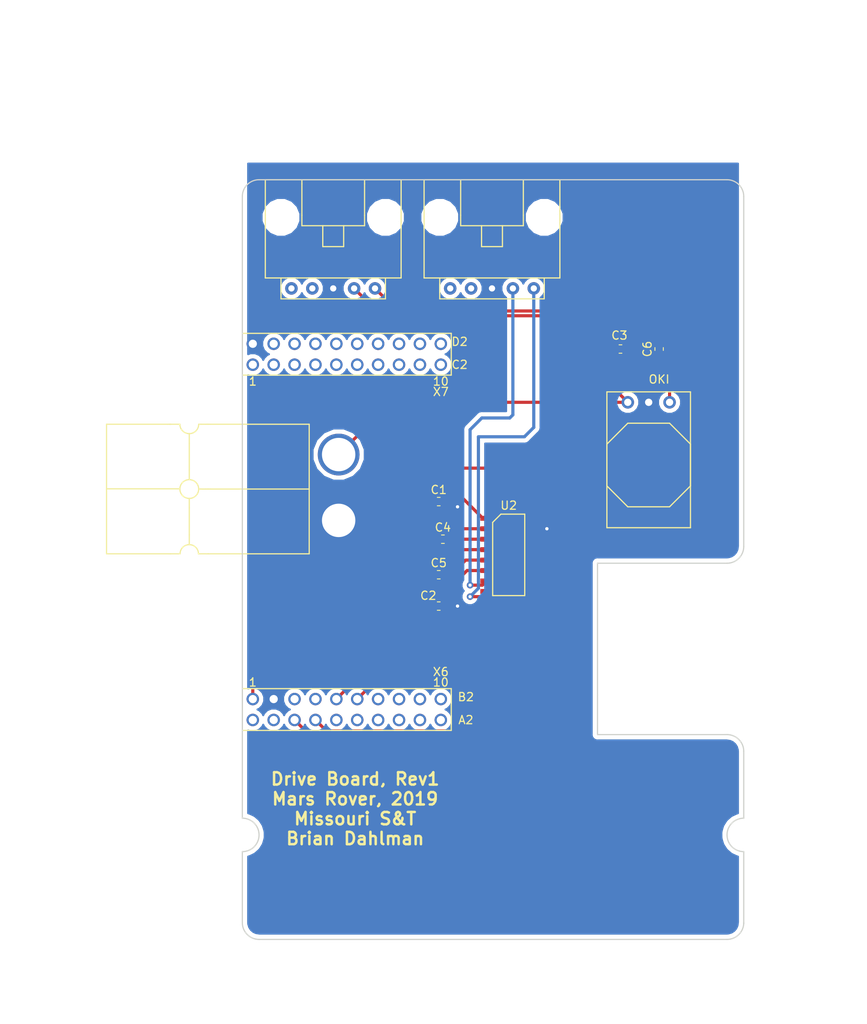
<source format=kicad_pcb>
(kicad_pcb (version 20171130) (host pcbnew "(5.0.0)")

  (general
    (thickness 1.6)
    (drawings 20)
    (tracks 126)
    (zones 0)
    (modules 12)
    (nets 55)
  )

  (page A4)
  (layers
    (0 F.Cu signal)
    (31 B.Cu signal)
    (32 B.Adhes user)
    (33 F.Adhes user)
    (34 B.Paste user)
    (35 F.Paste user)
    (36 B.SilkS user)
    (37 F.SilkS user)
    (38 B.Mask user)
    (39 F.Mask user)
    (40 Dwgs.User user)
    (41 Cmts.User user)
    (42 Eco1.User user)
    (43 Eco2.User user)
    (44 Edge.Cuts user)
    (45 Margin user)
    (46 B.CrtYd user)
    (47 F.CrtYd user)
    (48 B.Fab user)
    (49 F.Fab user)
  )

  (setup
    (last_trace_width 0.381)
    (user_trace_width 0.254)
    (user_trace_width 0.381)
    (user_trace_width 0.762)
    (trace_clearance 0.2)
    (zone_clearance 0.508)
    (zone_45_only no)
    (trace_min 0.2)
    (segment_width 0.2)
    (edge_width 0.15)
    (via_size 0.8)
    (via_drill 0.4)
    (via_min_size 0.4)
    (via_min_drill 0.3)
    (uvia_size 0.3)
    (uvia_drill 0.1)
    (uvias_allowed no)
    (uvia_min_size 0.2)
    (uvia_min_drill 0.1)
    (pcb_text_width 0.3)
    (pcb_text_size 1.5 1.5)
    (mod_edge_width 0.15)
    (mod_text_size 1 1)
    (mod_text_width 0.15)
    (pad_size 1.524 1.524)
    (pad_drill 0.762)
    (pad_to_mask_clearance 0.2)
    (aux_axis_origin 0 0)
    (visible_elements 7FFFFFFF)
    (pcbplotparams
      (layerselection 0x0103c_ffffffff)
      (usegerberextensions false)
      (usegerberattributes false)
      (usegerberadvancedattributes false)
      (creategerberjobfile false)
      (excludeedgelayer true)
      (linewidth 0.100000)
      (plotframeref false)
      (viasonmask false)
      (mode 1)
      (useauxorigin false)
      (hpglpennumber 1)
      (hpglpenspeed 20)
      (hpglpendiameter 15.000000)
      (psnegative false)
      (psa4output false)
      (plotreference true)
      (plotvalue true)
      (plotinvisibletext false)
      (padsonsilk false)
      (subtractmaskfromsilk false)
      (outputformat 1)
      (mirror false)
      (drillshape 0)
      (scaleselection 1)
      (outputdirectory "../gerbs/"))
  )

  (net 0 "")
  (net 1 "Net-(C1-Pad1)")
  (net 2 GND)
  (net 3 "Net-(C2-Pad1)")
  (net 4 /+12V)
  (net 5 "Net-(C4-Pad1)")
  (net 6 "Net-(C4-Pad2)")
  (net 7 "Net-(C5-Pad2)")
  (net 8 "Net-(C5-Pad1)")
  (net 9 +5V)
  (net 10 "Net-(Conn2-Pad1)")
  (net 11 "Net-(Conn2-Pad2)")
  (net 12 TX_1_SL)
  (net 13 RX_1_SL)
  (net 14 RX_2_SL)
  (net 15 TX_2_SL)
  (net 16 "Net-(Conn3-Pad2)")
  (net 17 "Net-(Conn3-Pad1)")
  (net 18 "Net-(U1-Pad+3V3)")
  (net 19 "Net-(U1-PadPM6)")
  (net 20 "Net-(U1-PadPQ1)")
  (net 21 "Net-(U1-PadPQ2)")
  (net 22 RX_2_IC)
  (net 23 "Net-(U1-PadPQ3)")
  (net 24 "Net-(U1-PadPP3)")
  (net 25 "Net-(U1-PadPQ0)")
  (net 26 "Net-(U1-PadPA4)")
  (net 27 "Net-(U1-PadRese)")
  (net 28 "Net-(U1-PadPA7)")
  (net 29 "Net-(U1-PadPN5)")
  (net 30 "Net-(U1-PadPK2)")
  (net 31 TX_2_IC)
  (net 32 "Net-(U1-PadPB4)")
  (net 33 "Net-(U1-PadPB5)")
  (net 34 "Net-(U1-PadPK3)")
  (net 35 "Net-(U1-PadPA5)")
  (net 36 "Net-(U1-PadPD2)")
  (net 37 RX_1_IC)
  (net 38 TX_1_IC)
  (net 39 "Net-(U1-PadPD4)")
  (net 40 "Net-(U1-PadPD5)")
  (net 41 "Net-(U1-PadPP4)")
  (net 42 "Net-(U1-PadPN4)")
  (net 43 "Net-(U1-PadPG1)")
  (net 44 "Net-(U1-PadPK4)")
  (net 45 "Net-(U1-PadPK5)")
  (net 46 "Net-(U1-PadPM0)")
  (net 47 "Net-(U1-PadPM1)")
  (net 48 "Net-(U1-PadPM2)")
  (net 49 "Net-(U1-PadPH0)")
  (net 50 "Net-(U1-PadPH1)")
  (net 51 "Net-(U1-PadPK6)")
  (net 52 "Net-(U1-PadPK7)")
  (net 53 "Net-(U1-PadPM7)")
  (net 54 "Net-(U1-PadPP5)")

  (net_class Default "This is the default net class."
    (clearance 0.2)
    (trace_width 0.25)
    (via_dia 0.8)
    (via_drill 0.4)
    (uvia_dia 0.3)
    (uvia_drill 0.1)
    (add_net +5V)
    (add_net /+12V)
    (add_net GND)
    (add_net "Net-(C1-Pad1)")
    (add_net "Net-(C2-Pad1)")
    (add_net "Net-(C4-Pad1)")
    (add_net "Net-(C4-Pad2)")
    (add_net "Net-(C5-Pad1)")
    (add_net "Net-(C5-Pad2)")
    (add_net "Net-(Conn2-Pad1)")
    (add_net "Net-(Conn2-Pad2)")
    (add_net "Net-(Conn3-Pad1)")
    (add_net "Net-(Conn3-Pad2)")
    (add_net "Net-(U1-Pad+3V3)")
    (add_net "Net-(U1-PadPA4)")
    (add_net "Net-(U1-PadPA5)")
    (add_net "Net-(U1-PadPA7)")
    (add_net "Net-(U1-PadPB4)")
    (add_net "Net-(U1-PadPB5)")
    (add_net "Net-(U1-PadPD2)")
    (add_net "Net-(U1-PadPD4)")
    (add_net "Net-(U1-PadPD5)")
    (add_net "Net-(U1-PadPG1)")
    (add_net "Net-(U1-PadPH0)")
    (add_net "Net-(U1-PadPH1)")
    (add_net "Net-(U1-PadPK2)")
    (add_net "Net-(U1-PadPK3)")
    (add_net "Net-(U1-PadPK4)")
    (add_net "Net-(U1-PadPK5)")
    (add_net "Net-(U1-PadPK6)")
    (add_net "Net-(U1-PadPK7)")
    (add_net "Net-(U1-PadPM0)")
    (add_net "Net-(U1-PadPM1)")
    (add_net "Net-(U1-PadPM2)")
    (add_net "Net-(U1-PadPM6)")
    (add_net "Net-(U1-PadPM7)")
    (add_net "Net-(U1-PadPN4)")
    (add_net "Net-(U1-PadPN5)")
    (add_net "Net-(U1-PadPP3)")
    (add_net "Net-(U1-PadPP4)")
    (add_net "Net-(U1-PadPP5)")
    (add_net "Net-(U1-PadPQ0)")
    (add_net "Net-(U1-PadPQ1)")
    (add_net "Net-(U1-PadPQ2)")
    (add_net "Net-(U1-PadPQ3)")
    (add_net "Net-(U1-PadRese)")
    (add_net RX_1_IC)
    (add_net RX_1_SL)
    (add_net RX_2_IC)
    (add_net RX_2_SL)
    (add_net TX_1_IC)
    (add_net TX_1_SL)
    (add_net TX_2_IC)
    (add_net TX_2_SL)
  )

  (module Capacitor_SMD:C_0603_1608Metric_Pad1.05x0.95mm_HandSolder (layer F.Cu) (tedit 5B301BBE) (tstamp 5BB33DA5)
    (at 96.52 91.44)
    (descr "Capacitor SMD 0603 (1608 Metric), square (rectangular) end terminal, IPC_7351 nominal with elongated pad for handsoldering. (Body size source: http://www.tortai-tech.com/upload/download/2011102023233369053.pdf), generated with kicad-footprint-generator")
    (tags "capacitor handsolder")
    (path /5B9D8BE9)
    (attr smd)
    (fp_text reference C1 (at 0 -1.43) (layer F.SilkS)
      (effects (font (size 1 1) (thickness 0.15)))
    )
    (fp_text value .1uF (at 0 1.43) (layer F.Fab)
      (effects (font (size 1 1) (thickness 0.15)))
    )
    (fp_line (start -0.8 0.4) (end -0.8 -0.4) (layer F.Fab) (width 0.1))
    (fp_line (start -0.8 -0.4) (end 0.8 -0.4) (layer F.Fab) (width 0.1))
    (fp_line (start 0.8 -0.4) (end 0.8 0.4) (layer F.Fab) (width 0.1))
    (fp_line (start 0.8 0.4) (end -0.8 0.4) (layer F.Fab) (width 0.1))
    (fp_line (start -0.171267 -0.51) (end 0.171267 -0.51) (layer F.SilkS) (width 0.12))
    (fp_line (start -0.171267 0.51) (end 0.171267 0.51) (layer F.SilkS) (width 0.12))
    (fp_line (start -1.65 0.73) (end -1.65 -0.73) (layer F.CrtYd) (width 0.05))
    (fp_line (start -1.65 -0.73) (end 1.65 -0.73) (layer F.CrtYd) (width 0.05))
    (fp_line (start 1.65 -0.73) (end 1.65 0.73) (layer F.CrtYd) (width 0.05))
    (fp_line (start 1.65 0.73) (end -1.65 0.73) (layer F.CrtYd) (width 0.05))
    (fp_text user %R (at 0 0) (layer F.Fab)
      (effects (font (size 0.4 0.4) (thickness 0.06)))
    )
    (pad 1 smd roundrect (at -0.875 0) (size 1.05 0.95) (layers F.Cu F.Paste F.Mask) (roundrect_rratio 0.25)
      (net 1 "Net-(C1-Pad1)"))
    (pad 2 smd roundrect (at 0.875 0) (size 1.05 0.95) (layers F.Cu F.Paste F.Mask) (roundrect_rratio 0.25)
      (net 2 GND))
    (model ${KISYS3DMOD}/Capacitor_SMD.3dshapes/C_0603_1608Metric.wrl
      (at (xyz 0 0 0))
      (scale (xyz 1 1 1))
      (rotate (xyz 0 0 0))
    )
  )

  (module Capacitor_SMD:C_0603_1608Metric_Pad1.05x0.95mm_HandSolder (layer F.Cu) (tedit 5B301BBE) (tstamp 5BB33D75)
    (at 96.52 104.14)
    (descr "Capacitor SMD 0603 (1608 Metric), square (rectangular) end terminal, IPC_7351 nominal with elongated pad for handsoldering. (Body size source: http://www.tortai-tech.com/upload/download/2011102023233369053.pdf), generated with kicad-footprint-generator")
    (tags "capacitor handsolder")
    (path /5B9D8C37)
    (attr smd)
    (fp_text reference C2 (at -1.27 -1.27) (layer F.SilkS)
      (effects (font (size 1 1) (thickness 0.15)))
    )
    (fp_text value .1uF (at 0 1.43) (layer F.Fab)
      (effects (font (size 1 1) (thickness 0.15)))
    )
    (fp_text user %R (at 0 0) (layer F.Fab)
      (effects (font (size 0.4 0.4) (thickness 0.06)))
    )
    (fp_line (start 1.65 0.73) (end -1.65 0.73) (layer F.CrtYd) (width 0.05))
    (fp_line (start 1.65 -0.73) (end 1.65 0.73) (layer F.CrtYd) (width 0.05))
    (fp_line (start -1.65 -0.73) (end 1.65 -0.73) (layer F.CrtYd) (width 0.05))
    (fp_line (start -1.65 0.73) (end -1.65 -0.73) (layer F.CrtYd) (width 0.05))
    (fp_line (start -0.171267 0.51) (end 0.171267 0.51) (layer F.SilkS) (width 0.12))
    (fp_line (start -0.171267 -0.51) (end 0.171267 -0.51) (layer F.SilkS) (width 0.12))
    (fp_line (start 0.8 0.4) (end -0.8 0.4) (layer F.Fab) (width 0.1))
    (fp_line (start 0.8 -0.4) (end 0.8 0.4) (layer F.Fab) (width 0.1))
    (fp_line (start -0.8 -0.4) (end 0.8 -0.4) (layer F.Fab) (width 0.1))
    (fp_line (start -0.8 0.4) (end -0.8 -0.4) (layer F.Fab) (width 0.1))
    (pad 2 smd roundrect (at 0.875 0) (size 1.05 0.95) (layers F.Cu F.Paste F.Mask) (roundrect_rratio 0.25)
      (net 2 GND))
    (pad 1 smd roundrect (at -0.875 0) (size 1.05 0.95) (layers F.Cu F.Paste F.Mask) (roundrect_rratio 0.25)
      (net 3 "Net-(C2-Pad1)"))
    (model ${KISYS3DMOD}/Capacitor_SMD.3dshapes/C_0603_1608Metric.wrl
      (at (xyz 0 0 0))
      (scale (xyz 1 1 1))
      (rotate (xyz 0 0 0))
    )
  )

  (module Capacitor_SMD:C_0603_1608Metric_Pad1.05x0.95mm_HandSolder (layer F.Cu) (tedit 5B301BBE) (tstamp 5BB34787)
    (at 118.618 72.898)
    (descr "Capacitor SMD 0603 (1608 Metric), square (rectangular) end terminal, IPC_7351 nominal with elongated pad for handsoldering. (Body size source: http://www.tortai-tech.com/upload/download/2011102023233369053.pdf), generated with kicad-footprint-generator")
    (tags "capacitor handsolder")
    (path /5B9D808D)
    (attr smd)
    (fp_text reference C3 (at -0.127 -1.651) (layer F.SilkS)
      (effects (font (size 1 1) (thickness 0.15)))
    )
    (fp_text value 10uF (at 0 1.43) (layer F.Fab)
      (effects (font (size 1 1) (thickness 0.15)))
    )
    (fp_line (start -0.8 0.4) (end -0.8 -0.4) (layer F.Fab) (width 0.1))
    (fp_line (start -0.8 -0.4) (end 0.8 -0.4) (layer F.Fab) (width 0.1))
    (fp_line (start 0.8 -0.4) (end 0.8 0.4) (layer F.Fab) (width 0.1))
    (fp_line (start 0.8 0.4) (end -0.8 0.4) (layer F.Fab) (width 0.1))
    (fp_line (start -0.171267 -0.51) (end 0.171267 -0.51) (layer F.SilkS) (width 0.12))
    (fp_line (start -0.171267 0.51) (end 0.171267 0.51) (layer F.SilkS) (width 0.12))
    (fp_line (start -1.65 0.73) (end -1.65 -0.73) (layer F.CrtYd) (width 0.05))
    (fp_line (start -1.65 -0.73) (end 1.65 -0.73) (layer F.CrtYd) (width 0.05))
    (fp_line (start 1.65 -0.73) (end 1.65 0.73) (layer F.CrtYd) (width 0.05))
    (fp_line (start 1.65 0.73) (end -1.65 0.73) (layer F.CrtYd) (width 0.05))
    (fp_text user %R (at 0 0) (layer F.Fab)
      (effects (font (size 0.4 0.4) (thickness 0.06)))
    )
    (pad 1 smd roundrect (at -0.875 0) (size 1.05 0.95) (layers F.Cu F.Paste F.Mask) (roundrect_rratio 0.25)
      (net 4 /+12V))
    (pad 2 smd roundrect (at 0.875 0) (size 1.05 0.95) (layers F.Cu F.Paste F.Mask) (roundrect_rratio 0.25)
      (net 2 GND))
    (model ${KISYS3DMOD}/Capacitor_SMD.3dshapes/C_0603_1608Metric.wrl
      (at (xyz 0 0 0))
      (scale (xyz 1 1 1))
      (rotate (xyz 0 0 0))
    )
  )

  (module Capacitor_SMD:C_0603_1608Metric_Pad1.05x0.95mm_HandSolder (layer F.Cu) (tedit 5B301BBE) (tstamp 5BB347E7)
    (at 97.028 96.012)
    (descr "Capacitor SMD 0603 (1608 Metric), square (rectangular) end terminal, IPC_7351 nominal with elongated pad for handsoldering. (Body size source: http://www.tortai-tech.com/upload/download/2011102023233369053.pdf), generated with kicad-footprint-generator")
    (tags "capacitor handsolder")
    (path /5B9D8B05)
    (attr smd)
    (fp_text reference C4 (at 0 -1.43) (layer F.SilkS)
      (effects (font (size 1 1) (thickness 0.15)))
    )
    (fp_text value .1uF (at -0.508 1.43) (layer F.Fab)
      (effects (font (size 1 1) (thickness 0.15)))
    )
    (fp_line (start -0.8 0.4) (end -0.8 -0.4) (layer F.Fab) (width 0.1))
    (fp_line (start -0.8 -0.4) (end 0.8 -0.4) (layer F.Fab) (width 0.1))
    (fp_line (start 0.8 -0.4) (end 0.8 0.4) (layer F.Fab) (width 0.1))
    (fp_line (start 0.8 0.4) (end -0.8 0.4) (layer F.Fab) (width 0.1))
    (fp_line (start -0.171267 -0.51) (end 0.171267 -0.51) (layer F.SilkS) (width 0.12))
    (fp_line (start -0.171267 0.51) (end 0.171267 0.51) (layer F.SilkS) (width 0.12))
    (fp_line (start -1.65 0.73) (end -1.65 -0.73) (layer F.CrtYd) (width 0.05))
    (fp_line (start -1.65 -0.73) (end 1.65 -0.73) (layer F.CrtYd) (width 0.05))
    (fp_line (start 1.65 -0.73) (end 1.65 0.73) (layer F.CrtYd) (width 0.05))
    (fp_line (start 1.65 0.73) (end -1.65 0.73) (layer F.CrtYd) (width 0.05))
    (fp_text user %R (at 0 0) (layer F.Fab)
      (effects (font (size 0.4 0.4) (thickness 0.06)))
    )
    (pad 1 smd roundrect (at -0.875 0) (size 1.05 0.95) (layers F.Cu F.Paste F.Mask) (roundrect_rratio 0.25)
      (net 5 "Net-(C4-Pad1)"))
    (pad 2 smd roundrect (at 0.875 0) (size 1.05 0.95) (layers F.Cu F.Paste F.Mask) (roundrect_rratio 0.25)
      (net 6 "Net-(C4-Pad2)"))
    (model ${KISYS3DMOD}/Capacitor_SMD.3dshapes/C_0603_1608Metric.wrl
      (at (xyz 0 0 0))
      (scale (xyz 1 1 1))
      (rotate (xyz 0 0 0))
    )
  )

  (module Capacitor_SMD:C_0603_1608Metric_Pad1.05x0.95mm_HandSolder (layer F.Cu) (tedit 5B301BBE) (tstamp 5BB33D15)
    (at 96.52 100.33)
    (descr "Capacitor SMD 0603 (1608 Metric), square (rectangular) end terminal, IPC_7351 nominal with elongated pad for handsoldering. (Body size source: http://www.tortai-tech.com/upload/download/2011102023233369053.pdf), generated with kicad-footprint-generator")
    (tags "capacitor handsolder")
    (path /5B9D8BA6)
    (attr smd)
    (fp_text reference C5 (at 0 -1.43) (layer F.SilkS)
      (effects (font (size 1 1) (thickness 0.15)))
    )
    (fp_text value .1uF (at 0 1.43) (layer F.Fab)
      (effects (font (size 1 1) (thickness 0.15)))
    )
    (fp_text user %R (at 0 0) (layer F.Fab)
      (effects (font (size 0.4 0.4) (thickness 0.06)))
    )
    (fp_line (start 1.65 0.73) (end -1.65 0.73) (layer F.CrtYd) (width 0.05))
    (fp_line (start 1.65 -0.73) (end 1.65 0.73) (layer F.CrtYd) (width 0.05))
    (fp_line (start -1.65 -0.73) (end 1.65 -0.73) (layer F.CrtYd) (width 0.05))
    (fp_line (start -1.65 0.73) (end -1.65 -0.73) (layer F.CrtYd) (width 0.05))
    (fp_line (start -0.171267 0.51) (end 0.171267 0.51) (layer F.SilkS) (width 0.12))
    (fp_line (start -0.171267 -0.51) (end 0.171267 -0.51) (layer F.SilkS) (width 0.12))
    (fp_line (start 0.8 0.4) (end -0.8 0.4) (layer F.Fab) (width 0.1))
    (fp_line (start 0.8 -0.4) (end 0.8 0.4) (layer F.Fab) (width 0.1))
    (fp_line (start -0.8 -0.4) (end 0.8 -0.4) (layer F.Fab) (width 0.1))
    (fp_line (start -0.8 0.4) (end -0.8 -0.4) (layer F.Fab) (width 0.1))
    (pad 2 smd roundrect (at 0.875 0) (size 1.05 0.95) (layers F.Cu F.Paste F.Mask) (roundrect_rratio 0.25)
      (net 7 "Net-(C5-Pad2)"))
    (pad 1 smd roundrect (at -0.875 0) (size 1.05 0.95) (layers F.Cu F.Paste F.Mask) (roundrect_rratio 0.25)
      (net 8 "Net-(C5-Pad1)"))
    (model ${KISYS3DMOD}/Capacitor_SMD.3dshapes/C_0603_1608Metric.wrl
      (at (xyz 0 0 0))
      (scale (xyz 1 1 1))
      (rotate (xyz 0 0 0))
    )
  )

  (module Capacitor_SMD:C_0603_1608Metric_Pad1.05x0.95mm_HandSolder (layer F.Cu) (tedit 5B301BBE) (tstamp 5BAFFAB3)
    (at 123.317 72.898 90)
    (descr "Capacitor SMD 0603 (1608 Metric), square (rectangular) end terminal, IPC_7351 nominal with elongated pad for handsoldering. (Body size source: http://www.tortai-tech.com/upload/download/2011102023233369053.pdf), generated with kicad-footprint-generator")
    (tags "capacitor handsolder")
    (path /5B9D80F2)
    (attr smd)
    (fp_text reference C6 (at 0 -1.43 90) (layer F.SilkS)
      (effects (font (size 1 1) (thickness 0.15)))
    )
    (fp_text value 10uF (at 0 1.43 90) (layer F.Fab)
      (effects (font (size 1 1) (thickness 0.15)))
    )
    (fp_text user %R (at 0 0 90) (layer F.Fab)
      (effects (font (size 0.4 0.4) (thickness 0.06)))
    )
    (fp_line (start 1.65 0.73) (end -1.65 0.73) (layer F.CrtYd) (width 0.05))
    (fp_line (start 1.65 -0.73) (end 1.65 0.73) (layer F.CrtYd) (width 0.05))
    (fp_line (start -1.65 -0.73) (end 1.65 -0.73) (layer F.CrtYd) (width 0.05))
    (fp_line (start -1.65 0.73) (end -1.65 -0.73) (layer F.CrtYd) (width 0.05))
    (fp_line (start -0.171267 0.51) (end 0.171267 0.51) (layer F.SilkS) (width 0.12))
    (fp_line (start -0.171267 -0.51) (end 0.171267 -0.51) (layer F.SilkS) (width 0.12))
    (fp_line (start 0.8 0.4) (end -0.8 0.4) (layer F.Fab) (width 0.1))
    (fp_line (start 0.8 -0.4) (end 0.8 0.4) (layer F.Fab) (width 0.1))
    (fp_line (start -0.8 -0.4) (end 0.8 -0.4) (layer F.Fab) (width 0.1))
    (fp_line (start -0.8 0.4) (end -0.8 -0.4) (layer F.Fab) (width 0.1))
    (pad 2 smd roundrect (at 0.875 0 90) (size 1.05 0.95) (layers F.Cu F.Paste F.Mask) (roundrect_rratio 0.25)
      (net 2 GND))
    (pad 1 smd roundrect (at -0.875 0 90) (size 1.05 0.95) (layers F.Cu F.Paste F.Mask) (roundrect_rratio 0.25)
      (net 9 +5V))
    (model ${KISYS3DMOD}/Capacitor_SMD.3dshapes/C_0603_1608Metric.wrl
      (at (xyz 0 0 0))
      (scale (xyz 1 1 1))
      (rotate (xyz 0 0 0))
    )
  )

  (module MRDT_Connectors:Anderson_2_Horisontal_Side_by_Side (layer F.Cu) (tedit 5AAD70FE) (tstamp 5BB30D53)
    (at 80.772 97.79)
    (path /5B9D7E2C)
    (fp_text reference Conn1 (at -1.8796 0.762) (layer F.SilkS) hide
      (effects (font (size 1 1) (thickness 0.15)))
    )
    (fp_text value AndersonPP (at -12.8651 -16.764) (layer F.Fab)
      (effects (font (size 1 1) (thickness 0.15)))
    )
    (fp_arc (start -14.5796 0) (end -14.5796 -1.1176) (angle 90) (layer F.SilkS) (width 0.15))
    (fp_arc (start -14.5796 0) (end -15.6972 0) (angle 90) (layer F.SilkS) (width 0.15))
    (fp_line (start -24.638 -15.748) (end -24.638 0) (layer F.SilkS) (width 0.15))
    (fp_line (start 0 -15.748) (end 0 0) (layer F.SilkS) (width 0.15))
    (fp_line (start -15.7226 -15.748) (end -16.9418 -15.748) (layer F.SilkS) (width 0.15))
    (fp_arc (start -14.5796 -15.748) (end -13.4366 -15.748) (angle 90) (layer F.SilkS) (width 0.15))
    (fp_arc (start -14.5796 -15.748) (end -14.5796 -14.605) (angle 90) (layer F.SilkS) (width 0.15))
    (fp_line (start -12.2682 0) (end -13.462 0) (layer F.SilkS) (width 0.15))
    (fp_line (start -14.5796 -2.3114) (end -14.5796 -1.143) (layer F.SilkS) (width 0.15))
    (fp_line (start -16.891 0) (end -15.7226 0) (layer F.SilkS) (width 0.15))
    (fp_line (start -12.319 -15.748) (end -13.4112 -15.748) (layer F.SilkS) (width 0.15))
    (fp_line (start -14.5796 -14.605) (end -14.5796 -13.4366) (layer F.SilkS) (width 0.15))
    (fp_line (start -14.5796 -5.588) (end -14.5796 -6.731) (layer F.SilkS) (width 0.15))
    (fp_line (start -24.6126 -7.8994) (end -15.7226 -7.8994) (layer F.SilkS) (width 0.15))
    (fp_line (start -14.5796 -10.16) (end -14.5796 -9.017) (layer F.SilkS) (width 0.15))
    (fp_line (start -12.2936 -7.874) (end -13.4366 -7.874) (layer F.SilkS) (width 0.15))
    (fp_line (start -14.5796 -5.588) (end -14.5796 -2.286) (layer F.SilkS) (width 0.15))
    (fp_line (start -12.2936 -7.874) (end 0 -7.874) (layer F.SilkS) (width 0.15))
    (fp_line (start -14.5796 -10.16) (end -14.5796 -13.4366) (layer F.SilkS) (width 0.15))
    (fp_circle (center -14.5796 -7.874) (end -14.5796 -6.731) (layer F.SilkS) (width 0.15))
    (fp_line (start -12.2936 0) (end 0 0) (layer F.SilkS) (width 0.15))
    (fp_line (start -16.8656 0) (end -24.6126 0) (layer F.SilkS) (width 0.15))
    (fp_line (start -24.6126 -15.748) (end -16.8656 -15.748) (layer F.SilkS) (width 0.15))
    (fp_line (start -12.2936 -15.748) (end 0 -15.748) (layer F.SilkS) (width 0.15))
    (pad 1 thru_hole circle (at 3.5814 -4.063) (size 5.08 5.08) (drill 4.06) (layers *.Cu *.Mask F.Paste)
      (net 2 GND))
    (pad 2 thru_hole circle (at 3.5814 -12.064) (size 5.08 5.08) (drill 4.06) (layers *.Cu *.Mask F.Paste)
      (net 4 /+12V))
  )

  (module MRDT_Connectors:MOLEX_SL_05_Horizontal (layer F.Cu) (tedit 5AB80068) (tstamp 5BB30D71)
    (at 83.693 65.532)
    (path /5B9D853E)
    (fp_text reference Conn2 (at -3.81 2.54) (layer F.SilkS) hide
      (effects (font (size 1 1) (thickness 0.15)))
    )
    (fp_text value Molex_SL_05 (at 0 2.54) (layer F.Fab)
      (effects (font (size 1 1) (thickness 0.15)))
    )
    (fp_line (start -3.81 -13.208) (end -3.81 -12.7) (layer F.SilkS) (width 0.15))
    (fp_line (start 3.81 -12.7) (end 3.81 -13.208) (layer F.SilkS) (width 0.15))
    (fp_line (start -8.255 -13.208) (end 8.255 -13.208) (layer F.SilkS) (width 0.15))
    (fp_line (start -8.255 -1.27) (end -8.255 -13.208) (layer F.SilkS) (width 0.15))
    (fp_line (start 8.255 -1.27) (end 8.255 -13.208) (layer F.SilkS) (width 0.15))
    (fp_line (start 6.35 -1.27) (end 8.255 -1.27) (layer F.SilkS) (width 0.15))
    (fp_line (start -6.35 -1.27) (end -8.255 -1.27) (layer F.SilkS) (width 0.15))
    (fp_line (start -3.81 -8.89) (end -3.81 -7.62) (layer F.SilkS) (width 0.15))
    (fp_line (start -3.81 -7.62) (end 3.81 -7.62) (layer F.SilkS) (width 0.15))
    (fp_line (start 3.81 -7.62) (end 3.81 -8.89) (layer F.SilkS) (width 0.15))
    (fp_line (start 3.81 -8.89) (end 3.81 -12.7) (layer F.SilkS) (width 0.15))
    (fp_line (start -3.81 -8.89) (end -3.81 -12.7) (layer F.SilkS) (width 0.15))
    (fp_line (start -1.27 -7.62) (end -1.27 -5.08) (layer F.SilkS) (width 0.15))
    (fp_line (start -1.27 -5.08) (end 1.27 -5.08) (layer F.SilkS) (width 0.15))
    (fp_line (start 1.27 -5.08) (end 1.27 -7.62) (layer F.SilkS) (width 0.15))
    (fp_line (start -6.35 -1.27) (end 6.35 -1.27) (layer F.SilkS) (width 0.15))
    (fp_line (start 6.35 -1.27) (end 6.35 1.27) (layer F.SilkS) (width 0.15))
    (fp_line (start 6.35 1.27) (end -6.35 1.27) (layer F.SilkS) (width 0.15))
    (fp_line (start -6.35 1.27) (end -6.35 -1.27) (layer F.SilkS) (width 0.15))
    (pad 1 thru_hole circle (at -5.08 0) (size 1.524 1.524) (drill 0.762) (layers *.Cu *.Mask)
      (net 10 "Net-(Conn2-Pad1)"))
    (pad 2 thru_hole circle (at -2.54 0) (size 1.524 1.524) (drill 0.762) (layers *.Cu *.Mask)
      (net 11 "Net-(Conn2-Pad2)"))
    (pad 3 thru_hole circle (at 0 0) (size 1.524 1.524) (drill 0.762) (layers *.Cu *.Mask)
      (net 2 GND))
    (pad 4 thru_hole circle (at 2.54 0) (size 1.524 1.524) (drill 0.762) (layers *.Cu *.Mask)
      (net 12 TX_1_SL))
    (pad 5 thru_hole circle (at 5.08 0) (size 1.524 1.524) (drill 0.762) (layers *.Cu *.Mask)
      (net 13 RX_1_SL))
    (pad "" np_thru_hole circle (at -6.35 -8.636) (size 3.45 3.45) (drill 3.45) (layers *.Cu *.Mask))
    (pad "" np_thru_hole circle (at 6.35 -8.636) (size 3.45 3.45) (drill 3.45) (layers *.Cu *.Mask))
  )

  (module MRDT_Connectors:MOLEX_SL_05_Horizontal (layer F.Cu) (tedit 5AB80068) (tstamp 5BB34C13)
    (at 102.997 65.532)
    (path /5B9D859F)
    (fp_text reference Conn3 (at -3.81 2.54) (layer F.SilkS) hide
      (effects (font (size 1 1) (thickness 0.15)))
    )
    (fp_text value Molex_SL_05 (at 0 2.54) (layer F.Fab)
      (effects (font (size 1 1) (thickness 0.15)))
    )
    (fp_line (start -6.35 1.27) (end -6.35 -1.27) (layer F.SilkS) (width 0.15))
    (fp_line (start 6.35 1.27) (end -6.35 1.27) (layer F.SilkS) (width 0.15))
    (fp_line (start 6.35 -1.27) (end 6.35 1.27) (layer F.SilkS) (width 0.15))
    (fp_line (start -6.35 -1.27) (end 6.35 -1.27) (layer F.SilkS) (width 0.15))
    (fp_line (start 1.27 -5.08) (end 1.27 -7.62) (layer F.SilkS) (width 0.15))
    (fp_line (start -1.27 -5.08) (end 1.27 -5.08) (layer F.SilkS) (width 0.15))
    (fp_line (start -1.27 -7.62) (end -1.27 -5.08) (layer F.SilkS) (width 0.15))
    (fp_line (start -3.81 -8.89) (end -3.81 -12.7) (layer F.SilkS) (width 0.15))
    (fp_line (start 3.81 -8.89) (end 3.81 -12.7) (layer F.SilkS) (width 0.15))
    (fp_line (start 3.81 -7.62) (end 3.81 -8.89) (layer F.SilkS) (width 0.15))
    (fp_line (start -3.81 -7.62) (end 3.81 -7.62) (layer F.SilkS) (width 0.15))
    (fp_line (start -3.81 -8.89) (end -3.81 -7.62) (layer F.SilkS) (width 0.15))
    (fp_line (start -6.35 -1.27) (end -8.255 -1.27) (layer F.SilkS) (width 0.15))
    (fp_line (start 6.35 -1.27) (end 8.255 -1.27) (layer F.SilkS) (width 0.15))
    (fp_line (start 8.255 -1.27) (end 8.255 -13.208) (layer F.SilkS) (width 0.15))
    (fp_line (start -8.255 -1.27) (end -8.255 -13.208) (layer F.SilkS) (width 0.15))
    (fp_line (start -8.255 -13.208) (end 8.255 -13.208) (layer F.SilkS) (width 0.15))
    (fp_line (start 3.81 -12.7) (end 3.81 -13.208) (layer F.SilkS) (width 0.15))
    (fp_line (start -3.81 -13.208) (end -3.81 -12.7) (layer F.SilkS) (width 0.15))
    (pad "" np_thru_hole circle (at 6.35 -8.636) (size 3.45 3.45) (drill 3.45) (layers *.Cu *.Mask))
    (pad "" np_thru_hole circle (at -6.35 -8.636) (size 3.45 3.45) (drill 3.45) (layers *.Cu *.Mask))
    (pad 5 thru_hole circle (at 5.08 0) (size 1.524 1.524) (drill 0.762) (layers *.Cu *.Mask)
      (net 14 RX_2_SL))
    (pad 4 thru_hole circle (at 2.54 0) (size 1.524 1.524) (drill 0.762) (layers *.Cu *.Mask)
      (net 15 TX_2_SL))
    (pad 3 thru_hole circle (at 0 0) (size 1.524 1.524) (drill 0.762) (layers *.Cu *.Mask)
      (net 2 GND))
    (pad 2 thru_hole circle (at -2.54 0) (size 1.524 1.524) (drill 0.762) (layers *.Cu *.Mask)
      (net 16 "Net-(Conn3-Pad2)"))
    (pad 1 thru_hole circle (at -5.08 0) (size 1.524 1.524) (drill 0.762) (layers *.Cu *.Mask)
      (net 17 "Net-(Conn3-Pad1)"))
  )

  (module MRDT_Shields:TM4C129E_Launchpad_X7 (layer F.Cu) (tedit 5B7ED10A) (tstamp 5BB33759)
    (at 72.644 119.253)
    (path /5B9D7B83)
    (fp_text reference U1 (at 57.404 -0.762 180) (layer F.SilkS) hide
      (effects (font (size 1 1) (thickness 0.15)))
    )
    (fp_text value TM4C129E_Launchpad (at 32.512 1.016) (layer F.Fab) hide
      (effects (font (size 1 1) (thickness 0.15)))
    )
    (fp_line (start 0 0) (end 0 -74.5998) (layer F.Fab) (width 0.15))
    (fp_line (start 60.96 -74.5998) (end 60.96 -22.352) (layer F.Fab) (width 0.15))
    (fp_text user "10cm Line" (at 4.064 -75.438) (layer F.Fab)
      (effects (font (size 1 1) (thickness 0.15)))
    )
    (fp_line (start 60.96 23.368) (end 60.96 22.86) (layer F.Fab) (width 0.15))
    (fp_line (start 58.42 25.4) (end 58.928 25.4) (layer F.Fab) (width 0.15))
    (fp_line (start 2.032 25.4) (end 2.54 25.4) (layer F.Fab) (width 0.15))
    (fp_line (start 0 23.368) (end 0 22.8346) (layer F.Fab) (width 0.15))
    (fp_line (start 0 12.954) (end 0 12.446) (layer F.Fab) (width 0.05))
    (fp_arc (start 58.928 2.54) (end 58.928 0.508) (angle 90) (layer F.Fab) (width 0.15))
    (fp_line (start 58.928 25.4) (end 2.54 25.4) (layer F.Fab) (width 0.15))
    (fp_line (start 60.96 14.732) (end 60.96 22.86) (layer F.Fab) (width 0.15))
    (fp_arc (start 60.96 12.7) (end 60.96 14.732) (angle 90) (layer F.Fab) (width 0.15))
    (fp_arc (start 60.96 12.7) (end 58.928 12.7) (angle 90) (layer F.Fab) (width 0.15))
    (fp_line (start 60.96 2.54) (end 60.96 10.668) (layer F.Fab) (width 0.15))
    (fp_arc (start 0 12.7) (end 0 10.668) (angle 90) (layer F.Fab) (width 0.15))
    (fp_arc (start 0 12.7) (end 2.032 12.7) (angle 90) (layer F.Fab) (width 0.15))
    (fp_line (start 0 14.732) (end 0 22.86) (layer F.Fab) (width 0.15))
    (fp_line (start 0 0) (end 0 10.668) (layer F.Fab) (width 0.15))
    (fp_text user "Keep Out" (at 47.244 -17.526) (layer F.Fab)
      (effects (font (size 1 1) (thickness 0.15)))
    )
    (fp_text user "Ethernet Jack" (at 49.022 -19.05) (layer F.Fab)
      (effects (font (size 1 1) (thickness 0.15)))
    )
    (fp_text user "Expand out this way -->" (at -0.762 -64.6176 90) (layer F.Fab)
      (effects (font (size 1 1) (thickness 0.15)))
    )
    (fp_text user 1 (at 1.27 -42.418 180) (layer F.SilkS)
      (effects (font (size 1 1) (thickness 0.15)))
    )
    (fp_text user 10 (at 24.13 -42.418 180) (layer F.SilkS)
      (effects (font (size 1 1) (thickness 0.15)))
    )
    (fp_text user 10 (at 24.13 -5.842 180) (layer F.SilkS)
      (effects (font (size 1 1) (thickness 0.15)))
    )
    (fp_text user 1 (at 1.27 -5.842 180) (layer F.SilkS)
      (effects (font (size 1 1) (thickness 0.15)))
    )
    (fp_text user X7 (at 24.13 -41.148 180) (layer F.SilkS)
      (effects (font (size 1 1) (thickness 0.15)))
    )
    (fp_text user X6 (at 24.13 -7.112) (layer F.SilkS)
      (effects (font (size 1 1) (thickness 0.15)))
    )
    (fp_text user "Boosterpack 2" (at 27.432 -75.692) (layer F.Fab)
      (effects (font (size 1 1) (thickness 0.15)))
    )
    (fp_line (start 58.928 -20.32) (end 43.18 -20.32) (layer F.Fab) (width 0.15))
    (fp_line (start 43.18 -20.32) (end 43.18 0.508) (layer F.Fab) (width 0.15))
    (fp_line (start 0 0.508) (end 58.928 0.508) (layer F.Fab) (width 0.15))
    (fp_line (start 0 -74.6) (end 60.96 -74.6) (layer F.Fab) (width 0.15))
    (fp_text user C2 (at 26.416 -44.45 180) (layer F.SilkS)
      (effects (font (size 1 1) (thickness 0.15)))
    )
    (fp_text user D2 (at 26.416 -47.244) (layer F.SilkS)
      (effects (font (size 1 1) (thickness 0.15)))
    )
    (fp_text user B2 (at 27.178 -4.064 180) (layer F.SilkS)
      (effects (font (size 1 1) (thickness 0.15)))
    )
    (fp_text user A2 (at 27.178 -1.27 180) (layer F.SilkS)
      (effects (font (size 1 1) (thickness 0.15)))
    )
    (fp_line (start 25.4 -5.08) (end 0 -5.08) (layer F.SilkS) (width 0.15))
    (fp_line (start 0 -43.18) (end 25.4 -43.18) (layer F.SilkS) (width 0.15))
    (fp_line (start 25.4 0) (end 25.4 -5.08) (layer F.SilkS) (width 0.15))
    (fp_line (start 0 -5.08) (end 0 0) (layer F.SilkS) (width 0.15))
    (fp_line (start 0 0) (end 25.4 0) (layer F.SilkS) (width 0.15))
    (fp_line (start 25.4 -43.18) (end 25.4 -48.26) (layer F.SilkS) (width 0.15))
    (fp_line (start 25.4 -48.26) (end 0 -48.26) (layer F.SilkS) (width 0.15))
    (fp_line (start 0 -48.26) (end 0 -43.18) (layer F.SilkS) (width 0.15))
    (fp_line (start 0.254 12.7) (end -0.254 12.7) (layer F.Fab) (width 0.05))
    (fp_line (start 2.286 12.7) (end 1.778 12.7) (layer F.Fab) (width 0.05))
    (fp_line (start 0 14.986) (end 0 14.478) (layer F.Fab) (width 0.05))
    (fp_line (start 0.254 14.732) (end -0.254 14.732) (layer F.Fab) (width 0.05))
    (fp_line (start 0 10.922) (end 0 10.414) (layer F.Fab) (width 0.05))
    (fp_line (start 0.254 10.668) (end -0.254 10.668) (layer F.Fab) (width 0.05))
    (fp_arc (start 2.032 23.368) (end 2.032 25.4) (angle 90) (layer F.Fab) (width 0.15))
    (fp_line (start 2.794 22.86) (end 2.286 22.86) (layer F.Fab) (width 0.05))
    (fp_line (start 2.54 23.114) (end 2.54 22.606) (layer F.Fab) (width 0.05))
    (fp_line (start 0.254 22.86) (end -0.254 22.86) (layer F.Fab) (width 0.05))
    (fp_line (start 2.54 25.654) (end 2.54 25.146) (layer F.Fab) (width 0.05))
    (fp_line (start 59.182 23.368) (end 58.674 23.368) (layer F.Fab) (width 0.05))
    (fp_line (start 58.928 23.622) (end 58.928 23.114) (layer F.Fab) (width 0.05))
    (fp_arc (start 58.928 23.368) (end 60.96 23.368) (angle 90) (layer F.Fab) (width 0.15))
    (fp_line (start 61.214 23.368) (end 60.706 23.368) (layer F.Fab) (width 0.05))
    (fp_line (start 58.928 25.654) (end 58.928 25.146) (layer F.Fab) (width 0.05))
    (fp_line (start 61.214 12.7) (end 60.706 12.7) (layer F.Fab) (width 0.05))
    (fp_line (start 60.96 12.954) (end 60.96 12.446) (layer F.Fab) (width 0.05))
    (fp_line (start 61.214 10.668) (end 60.706 10.668) (layer F.Fab) (width 0.05))
    (fp_line (start 60.96 10.922) (end 60.96 10.414) (layer F.Fab) (width 0.05))
    (fp_line (start 60.96 14.986) (end 60.96 14.478) (layer F.Fab) (width 0.05))
    (fp_line (start 61.214 14.732) (end 60.706 14.732) (layer F.Fab) (width 0.05))
    (fp_line (start 59.182 12.7) (end 58.674 12.7) (layer F.Fab) (width 0.05))
    (fp_line (start 59.182 2.54) (end 58.674 2.54) (layer F.Fab) (width 0.05))
    (fp_line (start 58.928 2.794) (end 58.928 2.286) (layer F.Fab) (width 0.05))
    (fp_line (start 61.214 2.54) (end 60.706 2.54) (layer F.Fab) (width 0.05))
    (fp_line (start 58.928 0.762) (end 58.928 0.254) (layer F.Fab) (width 0.05))
    (fp_line (start 60.706 -22.352) (end 61.214 -22.352) (layer F.Fab) (width 0.05))
    (fp_arc (start 58.928 -22.352) (end 60.96 -22.352) (angle 90) (layer F.Fab) (width 0.15))
    (fp_line (start 58.674 -22.352) (end 59.182 -22.352) (layer F.Fab) (width 0.05))
    (fp_line (start 58.928 -22.098) (end 58.928 -22.606) (layer F.Fab) (width 0.05))
    (fp_line (start 58.928 -20.066) (end 58.928 -20.574) (layer F.Fab) (width 0.05))
    (pad +3V3 thru_hole circle (at 1.27 -1.27 180) (size 1.52 1.52) (drill 1) (layers *.Cu *.Mask F.Paste)
      (net 18 "Net-(U1-Pad+3V3)"))
    (pad PM6 thru_hole circle (at 24.13 -46.99 180) (size 1.52 1.52) (drill 1) (layers *.Cu *.Mask F.Paste)
      (net 19 "Net-(U1-PadPM6)"))
    (pad PQ1 thru_hole circle (at 21.59 -46.99 180) (size 1.52 1.52) (drill 1) (layers *.Cu *.Mask F.Paste)
      (net 20 "Net-(U1-PadPQ1)"))
    (pad PQ2 thru_hole circle (at 13.97 -46.99 180) (size 1.52 1.52) (drill 1) (layers *.Cu *.Mask F.Paste)
      (net 21 "Net-(U1-PadPQ2)"))
    (pad PK0 thru_hole circle (at 11.43 -3.81 180) (size 1.52 1.52) (drill 1) (layers *.Cu *.Mask F.Paste)
      (net 22 RX_2_IC))
    (pad PQ3 thru_hole circle (at 16.51 -46.99 180) (size 1.52 1.52) (drill 1) (layers *.Cu *.Mask F.Paste)
      (net 23 "Net-(U1-PadPQ3)"))
    (pad PP3 thru_hole circle (at 19.05 -46.99 180) (size 1.52 1.52) (drill 1) (layers *.Cu *.Mask F.Paste)
      (net 24 "Net-(U1-PadPP3)"))
    (pad PQ0 thru_hole circle (at 16.51 -1.27 180) (size 1.52 1.52) (drill 1) (layers *.Cu *.Mask F.Paste)
      (net 25 "Net-(U1-PadPQ0)"))
    (pad PA4 thru_hole circle (at 21.59 -3.81 180) (size 1.52 1.52) (drill 1) (layers *.Cu *.Mask F.Paste)
      (net 26 "Net-(U1-PadPA4)"))
    (pad Rese thru_hole circle (at 11.43 -46.99 180) (size 1.52 1.52) (drill 1) (layers *.Cu *.Mask F.Paste)
      (net 27 "Net-(U1-PadRese)"))
    (pad PA7 thru_hole circle (at 8.89 -46.99 180) (size 1.52 1.52) (drill 1) (layers *.Cu *.Mask F.Paste)
      (net 28 "Net-(U1-PadPA7)"))
    (pad PN5 thru_hole circle (at 21.59 -1.27 180) (size 1.52 1.52) (drill 1) (layers *.Cu *.Mask F.Paste)
      (net 29 "Net-(U1-PadPN5)"))
    (pad PK2 thru_hole circle (at 16.51 -3.81 180) (size 1.52 1.52) (drill 1) (layers *.Cu *.Mask F.Paste)
      (net 30 "Net-(U1-PadPK2)"))
    (pad PK1 thru_hole circle (at 13.97 -3.81 180) (size 1.52 1.52) (drill 1) (layers *.Cu *.Mask F.Paste)
      (net 31 TX_2_IC))
    (pad +5V thru_hole circle (at 1.27 -3.81 180) (size 1.52 1.52) (drill 1) (layers *.Cu *.Mask F.Paste)
      (net 9 +5V))
    (pad GND thru_hole circle (at 3.81 -3.81 180) (size 1.52 1.52) (drill 1) (layers *.Cu *.Mask F.Paste)
      (net 2 GND))
    (pad PB4 thru_hole circle (at 6.35 -3.81 180) (size 1.52 1.52) (drill 1) (layers *.Cu *.Mask F.Paste)
      (net 32 "Net-(U1-PadPB4)"))
    (pad PB5 thru_hole circle (at 8.89 -3.81 180) (size 1.52 1.52) (drill 1) (layers *.Cu *.Mask F.Paste)
      (net 33 "Net-(U1-PadPB5)"))
    (pad PK3 thru_hole circle (at 19.05 -3.81 180) (size 1.52 1.52) (drill 1) (layers *.Cu *.Mask F.Paste)
      (net 34 "Net-(U1-PadPK3)"))
    (pad PA5 thru_hole circle (at 24.13 -3.81 180) (size 1.52 1.52) (drill 1) (layers *.Cu *.Mask F.Paste)
      (net 35 "Net-(U1-PadPA5)"))
    (pad PD2 thru_hole circle (at 3.81 -1.27 180) (size 1.52 1.52) (drill 1) (layers *.Cu *.Mask F.Paste)
      (net 36 "Net-(U1-PadPD2)"))
    (pad PP0 thru_hole circle (at 6.35 -1.27 180) (size 1.52 1.52) (drill 1) (layers *.Cu *.Mask F.Paste)
      (net 37 RX_1_IC))
    (pad PP1 thru_hole circle (at 8.89 -1.27 180) (size 1.52 1.52) (drill 1) (layers *.Cu *.Mask F.Paste)
      (net 38 TX_1_IC))
    (pad PD4 thru_hole circle (at 11.43 -1.27 180) (size 1.52 1.52) (drill 1) (layers *.Cu *.Mask F.Paste)
      (net 39 "Net-(U1-PadPD4)"))
    (pad PD5 thru_hole circle (at 13.97 -1.27 180) (size 1.52 1.52) (drill 1) (layers *.Cu *.Mask F.Paste)
      (net 40 "Net-(U1-PadPD5)"))
    (pad PP4 thru_hole circle (at 19.05 -1.27 180) (size 1.52 1.52) (drill 1) (layers *.Cu *.Mask F.Paste)
      (net 41 "Net-(U1-PadPP4)"))
    (pad PN4 thru_hole circle (at 24.13 -1.27 180) (size 1.52 1.52) (drill 1) (layers *.Cu *.Mask F.Paste)
      (net 42 "Net-(U1-PadPN4)"))
    (pad PG1 thru_hole circle (at 1.27 -44.45 180) (size 1.52 1.52) (drill 1) (layers *.Cu *.Mask F.Paste)
      (net 43 "Net-(U1-PadPG1)"))
    (pad PK4 thru_hole circle (at 3.81 -44.45 180) (size 1.52 1.52) (drill 1) (layers *.Cu *.Mask F.Paste)
      (net 44 "Net-(U1-PadPK4)"))
    (pad PK5 thru_hole circle (at 6.35 -44.45 180) (size 1.52 1.52) (drill 1) (layers *.Cu *.Mask F.Paste)
      (net 45 "Net-(U1-PadPK5)"))
    (pad PM0 thru_hole circle (at 8.89 -44.45 180) (size 1.52 1.52) (drill 1) (layers *.Cu *.Mask F.Paste)
      (net 46 "Net-(U1-PadPM0)"))
    (pad PM1 thru_hole circle (at 11.43 -44.45 180) (size 1.52 1.52) (drill 1) (layers *.Cu *.Mask F.Paste)
      (net 47 "Net-(U1-PadPM1)"))
    (pad PM2 thru_hole circle (at 13.97 -44.45 180) (size 1.52 1.52) (drill 1) (layers *.Cu *.Mask F.Paste)
      (net 48 "Net-(U1-PadPM2)"))
    (pad PH0 thru_hole circle (at 16.51 -44.45 180) (size 1.52 1.52) (drill 1) (layers *.Cu *.Mask F.Paste)
      (net 49 "Net-(U1-PadPH0)"))
    (pad PH1 thru_hole circle (at 19.05 -44.45 180) (size 1.52 1.52) (drill 1) (layers *.Cu *.Mask F.Paste)
      (net 50 "Net-(U1-PadPH1)"))
    (pad PK6 thru_hole circle (at 21.59 -44.45 180) (size 1.52 1.52) (drill 1) (layers *.Cu *.Mask F.Paste)
      (net 51 "Net-(U1-PadPK6)"))
    (pad PK7 thru_hole circle (at 24.13 -44.45 180) (size 1.52 1.52) (drill 1) (layers *.Cu *.Mask F.Paste)
      (net 52 "Net-(U1-PadPK7)"))
    (pad GND thru_hole circle (at 1.27 -46.99 180) (size 1.52 1.52) (drill 1) (layers *.Cu *.Mask F.Paste)
      (net 2 GND))
    (pad PM7 thru_hole circle (at 3.81 -46.99 180) (size 1.52 1.52) (drill 1) (layers *.Cu *.Mask F.Paste)
      (net 53 "Net-(U1-PadPM7)"))
    (pad PP5 thru_hole circle (at 6.35 -46.99 180) (size 1.52 1.52) (drill 1) (layers *.Cu *.Mask F.Paste)
      (net 54 "Net-(U1-PadPP5)"))
  )

  (module MRDT_ICs:SOIC_16_3.9x9.9mm_Pitch1.27mm (layer F.Cu) (tedit 5ACFDF04) (tstamp 5BB33CCB)
    (at 105.029 97.917)
    (descr "16-Lead Plastic Small Outline (SL) - Narrow, 3.90 mm Body [SOIC] (see Microchip Packaging Specification 00000049BS.pdf)")
    (tags "SOIC 1.27")
    (path /5B9D8654)
    (attr smd)
    (fp_text reference U2 (at 0 -6) (layer F.SilkS)
      (effects (font (size 1 1) (thickness 0.15)))
    )
    (fp_text value MAX_3232 (at 0 6) (layer F.Fab)
      (effects (font (size 1 1) (thickness 0.15)))
    )
    (fp_text user %R (at 0 0) (layer F.Fab)
      (effects (font (size 0.9 0.9) (thickness 0.135)))
    )
    (fp_line (start -0.95 -4.95) (end 1.95 -4.95) (layer F.SilkS) (width 0.15))
    (fp_line (start 1.95 -4.95) (end 1.95 4.95) (layer F.SilkS) (width 0.15))
    (fp_line (start 1.95 4.95) (end -1.95 4.95) (layer F.SilkS) (width 0.15))
    (fp_line (start -1.95 4.95) (end -1.95 -3.95) (layer F.SilkS) (width 0.15))
    (fp_line (start -1.95 -3.95) (end -0.95 -4.95) (layer F.SilkS) (width 0.15))
    (fp_line (start -3.7 -5.25) (end -3.7 5.25) (layer F.CrtYd) (width 0.05))
    (fp_line (start 3.7 -5.25) (end 3.7 5.25) (layer F.CrtYd) (width 0.05))
    (fp_line (start -3.7 -5.25) (end 3.7 -5.25) (layer F.CrtYd) (width 0.05))
    (fp_line (start -3.7 5.25) (end 3.7 5.25) (layer F.CrtYd) (width 0.05))
    (pad 1 smd rect (at -2.7 -4.445) (size 1.5 0.6) (layers F.Cu F.Paste F.Mask)
      (net 5 "Net-(C4-Pad1)"))
    (pad 2 smd rect (at -2.7 -3.175) (size 1.5 0.6) (layers F.Cu F.Paste F.Mask)
      (net 1 "Net-(C1-Pad1)"))
    (pad 3 smd rect (at -2.7 -1.905) (size 1.5 0.6) (layers F.Cu F.Paste F.Mask)
      (net 6 "Net-(C4-Pad2)"))
    (pad 4 smd rect (at -2.7 -0.635) (size 1.5 0.6) (layers F.Cu F.Paste F.Mask)
      (net 8 "Net-(C5-Pad1)"))
    (pad 5 smd rect (at -2.7 0.635) (size 1.5 0.6) (layers F.Cu F.Paste F.Mask)
      (net 7 "Net-(C5-Pad2)"))
    (pad 6 smd rect (at -2.7 1.905) (size 1.5 0.6) (layers F.Cu F.Paste F.Mask)
      (net 3 "Net-(C2-Pad1)"))
    (pad 7 smd rect (at -2.7 3.175) (size 1.5 0.6) (layers F.Cu F.Paste F.Mask)
      (net 15 TX_2_SL))
    (pad 8 smd rect (at -2.7 4.445) (size 1.5 0.6) (layers F.Cu F.Paste F.Mask)
      (net 14 RX_2_SL))
    (pad 9 smd rect (at 2.7 4.445) (size 1.5 0.6) (layers F.Cu F.Paste F.Mask)
      (net 22 RX_2_IC))
    (pad 10 smd rect (at 2.7 3.175) (size 1.5 0.6) (layers F.Cu F.Paste F.Mask)
      (net 31 TX_2_IC))
    (pad 11 smd rect (at 2.7 1.905) (size 1.5 0.6) (layers F.Cu F.Paste F.Mask)
      (net 38 TX_1_IC))
    (pad 12 smd rect (at 2.7 0.635) (size 1.5 0.6) (layers F.Cu F.Paste F.Mask)
      (net 37 RX_1_IC))
    (pad 13 smd rect (at 2.7 -0.635) (size 1.5 0.6) (layers F.Cu F.Paste F.Mask)
      (net 13 RX_1_SL))
    (pad 14 smd rect (at 2.7 -1.905) (size 1.5 0.6) (layers F.Cu F.Paste F.Mask)
      (net 12 TX_1_SL))
    (pad 15 smd rect (at 2.7 -3.175) (size 1.5 0.6) (layers F.Cu F.Paste F.Mask)
      (net 2 GND))
    (pad 16 smd rect (at 2.7 -4.445) (size 1.5 0.6) (layers F.Cu F.Paste F.Mask)
      (net 9 +5V))
    (model ${KISYS3DMOD}/Housings_SOIC.3dshapes/SOIC-16_3.9x9.9mm_Pitch1.27mm.wrl
      (at (xyz 0 0 0))
      (scale (xyz 1 1 1))
      (rotate (xyz 0 0 0))
    )
  )

  (module MRDT_Devices:OKI_Horizontal (layer F.Cu) (tedit 5A7F91F8) (tstamp 5BB34753)
    (at 116.967 78.105)
    (tags OKI)
    (path /5B9D7F4C)
    (fp_text reference U3 (at 2.54 -1.27) (layer F.SilkS) hide
      (effects (font (size 1 1) (thickness 0.15)))
    )
    (fp_text value OKI (at 6.35 -1.52) (layer F.SilkS)
      (effects (font (size 1 1) (thickness 0.15)))
    )
    (fp_line (start 7.62 3.81) (end 10.16 6.35) (layer F.SilkS) (width 0.15))
    (fp_line (start 10.16 6.35) (end 10.16 11.43) (layer F.SilkS) (width 0.15))
    (fp_line (start 10.16 11.43) (end 7.62 13.97) (layer F.SilkS) (width 0.15))
    (fp_line (start 7.62 13.97) (end 2.54 13.97) (layer F.SilkS) (width 0.15))
    (fp_line (start 2.54 13.97) (end 0 11.43) (layer F.SilkS) (width 0.15))
    (fp_line (start 0 11.43) (end 0 6.35) (layer F.SilkS) (width 0.15))
    (fp_line (start 0 6.35) (end 2.54 3.81) (layer F.SilkS) (width 0.15))
    (fp_line (start 2.54 3.81) (end 7.62 3.81) (layer F.SilkS) (width 0.15))
    (fp_line (start 0 16.51) (end 10.16 16.51) (layer F.SilkS) (width 0.15))
    (fp_line (start 0 0) (end 10.16 0) (layer F.SilkS) (width 0.15))
    (fp_line (start 10.16 0) (end 10.16 16.51) (layer F.SilkS) (width 0.15))
    (fp_line (start 0 16.51) (end 0 0) (layer F.SilkS) (width 0.15))
    (pad 1 thru_hole circle (at 2.54 1.27) (size 1.524 1.524) (drill 0.889) (layers *.Cu *.Mask)
      (net 4 /+12V))
    (pad 2 thru_hole circle (at 5.08 1.27) (size 1.524 1.524) (drill 0.889) (layers *.Cu *.Mask)
      (net 2 GND))
    (pad 3 thru_hole circle (at 7.62 1.27) (size 1.524 1.524) (drill 0.889) (layers *.Cu *.Mask)
      (net 9 +5V))
  )

  (gr_text "Drive Board, Rev1\nMars Rover, 2019\nMissouri S&T\nBrian Dahlman" (at 86.36 128.778) (layer F.SilkS)
    (effects (font (size 1.5 1.5) (thickness 0.3)))
  )
  (gr_line (start 133.604 54.356) (end 133.604 96.901) (layer Edge.Cuts) (width 0.15))
  (gr_line (start 74.676 52.324) (end 131.572 52.324) (layer Edge.Cuts) (width 0.15))
  (gr_line (start 72.644 54.356) (end 72.644 129.921) (layer Edge.Cuts) (width 0.15))
  (gr_arc (start 74.676 54.356) (end 74.676 52.324) (angle -90) (layer Edge.Cuts) (width 0.15) (tstamp 5BB05105))
  (gr_arc (start 131.572 54.356) (end 133.604 54.356) (angle -90) (layer Edge.Cuts) (width 0.15) (tstamp 5BB05102))
  (gr_line (start 131.572 144.653) (end 74.676 144.653) (layer Edge.Cuts) (width 0.15))
  (gr_line (start 133.604 133.985) (end 133.604 142.748) (layer Edge.Cuts) (width 0.15))
  (gr_line (start 133.604 121.793) (end 133.604 129.921) (layer Edge.Cuts) (width 0.15))
  (gr_line (start 115.824 119.761) (end 131.572 119.761) (layer Edge.Cuts) (width 0.15))
  (gr_line (start 115.824 114.935) (end 115.824 119.761) (layer Edge.Cuts) (width 0.15))
  (gr_line (start 115.824 98.933) (end 115.824 114.935) (layer Edge.Cuts) (width 0.15))
  (gr_line (start 131.572 98.933) (end 115.824 98.933) (layer Edge.Cuts) (width 0.15))
  (gr_line (start 72.644 142.621) (end 72.644 133.985) (layer Edge.Cuts) (width 0.15))
  (gr_arc (start 74.676 142.621) (end 72.644 142.621) (angle -90) (layer Edge.Cuts) (width 0.15) (tstamp 5BAFE86B))
  (gr_arc (start 131.572 121.793) (end 133.604 121.793) (angle -90) (layer Edge.Cuts) (width 0.15))
  (gr_arc (start 131.572 96.901) (end 131.572 98.933) (angle -90) (layer Edge.Cuts) (width 0.15))
  (gr_arc (start 72.644 131.953) (end 72.644 133.985) (angle -180) (layer Edge.Cuts) (width 0.15))
  (gr_arc (start 131.572 142.621) (end 131.572 144.653) (angle -90) (layer Edge.Cuts) (width 0.15))
  (gr_arc (start 133.604 131.953) (end 133.604 129.921) (angle -180) (layer Edge.Cuts) (width 0.15))

  (segment (start 98.947 94.742) (end 95.645 91.44) (width 0.381) (layer F.Cu) (net 1))
  (segment (start 102.329 94.742) (end 98.947 94.742) (width 0.381) (layer F.Cu) (net 1))
  (via (at 109.670315 94.742) (size 0.8) (drill 0.4) (layers F.Cu B.Cu) (net 2))
  (via (at 98.806 104.14) (size 0.8) (drill 0.4) (layers F.Cu B.Cu) (net 2))
  (via (at 98.806 92.075) (size 0.8) (drill 0.4) (layers F.Cu B.Cu) (net 2))
  (segment (start 98.171 91.44) (end 98.806 92.075) (width 0.381) (layer F.Cu) (net 2))
  (segment (start 97.395 91.44) (end 98.171 91.44) (width 0.381) (layer F.Cu) (net 2))
  (segment (start 98.806 104.14) (end 97.395 104.14) (width 0.381) (layer F.Cu) (net 2))
  (segment (start 107.729 94.742) (end 109.670315 94.742) (width 0.381) (layer F.Cu) (net 2))
  (segment (start 119.493 72.898) (end 121.412 72.898) (width 0.381) (layer F.Cu) (net 2))
  (segment (start 122.047 78.29737) (end 122.047 79.375) (width 0.381) (layer F.Cu) (net 2))
  (segment (start 121.412 77.66237) (end 122.047 78.29737) (width 0.381) (layer F.Cu) (net 2))
  (segment (start 121.412 72.898) (end 121.412 77.66237) (width 0.381) (layer F.Cu) (net 2))
  (segment (start 121.867 72.898) (end 121.412 72.898) (width 0.381) (layer F.Cu) (net 2))
  (segment (start 122.742 72.023) (end 121.867 72.898) (width 0.381) (layer F.Cu) (net 2))
  (segment (start 123.317 72.023) (end 122.742 72.023) (width 0.381) (layer F.Cu) (net 2))
  (segment (start 99.963 99.822) (end 95.645 104.14) (width 0.381) (layer F.Cu) (net 3))
  (segment (start 102.329 99.822) (end 99.963 99.822) (width 0.381) (layer F.Cu) (net 3))
  (segment (start 117.743 77.611) (end 119.507 79.375) (width 0.381) (layer F.Cu) (net 4))
  (segment (start 90.7044 79.375) (end 84.3534 85.726) (width 0.381) (layer F.Cu) (net 4))
  (segment (start 119.507 79.375) (end 90.7044 79.375) (width 0.381) (layer F.Cu) (net 4))
  (segment (start 117.743 72.898) (end 117.743 77.611) (width 0.381) (layer F.Cu) (net 4))
  (segment (start 101.879 93.472) (end 99.06 90.653) (width 0.381) (layer F.Cu) (net 5))
  (segment (start 102.329 93.472) (end 101.879 93.472) (width 0.381) (layer F.Cu) (net 5))
  (segment (start 99.06 90.653) (end 99.06 89.916) (width 0.381) (layer F.Cu) (net 5))
  (segment (start 98.298 89.154) (end 94.742 89.154) (width 0.381) (layer F.Cu) (net 5))
  (segment (start 99.06 89.916) (end 98.298 89.154) (width 0.381) (layer F.Cu) (net 5))
  (segment (start 94.742 89.154) (end 93.726 90.17) (width 0.381) (layer F.Cu) (net 5))
  (segment (start 93.726 93.585) (end 96.153 96.012) (width 0.381) (layer F.Cu) (net 5))
  (segment (start 93.726 90.17) (end 93.726 93.585) (width 0.381) (layer F.Cu) (net 5))
  (segment (start 97.903 96.012) (end 102.329 96.012) (width 0.381) (layer F.Cu) (net 6))
  (segment (start 101.713 98.552) (end 102.329 98.552) (width 0.381) (layer F.Cu) (net 7))
  (segment (start 101.198 98.552) (end 102.329 98.552) (width 0.381) (layer F.Cu) (net 7))
  (segment (start 99.798 98.552) (end 101.198 98.552) (width 0.381) (layer F.Cu) (net 7))
  (segment (start 98.02 100.33) (end 99.798 98.552) (width 0.381) (layer F.Cu) (net 7))
  (segment (start 97.395 100.33) (end 98.02 100.33) (width 0.381) (layer F.Cu) (net 7))
  (segment (start 96.144072 99.830928) (end 95.645 100.33) (width 0.25) (layer F.Cu) (net 8))
  (segment (start 98.693 97.282) (end 95.645 100.33) (width 0.381) (layer F.Cu) (net 8))
  (segment (start 102.329 97.282) (end 98.693 97.282) (width 0.381) (layer F.Cu) (net 8))
  (segment (start 124.587 79.375) (end 124.587 77.343) (width 0.381) (layer F.Cu) (net 9))
  (segment (start 124.587 77.343) (end 125.73 76.2) (width 0.381) (layer F.Cu) (net 9))
  (segment (start 125.73 76.2) (end 128.27 76.2) (width 0.381) (layer F.Cu) (net 9))
  (segment (start 73.914 114.368198) (end 73.914 115.443) (width 0.25) (layer F.Cu) (net 9))
  (segment (start 107.729 93.472) (end 114.554 93.472) (width 0.381) (layer F.Cu) (net 9))
  (segment (start 73.914 115.443) (end 73.914 109.474) (width 0.381) (layer F.Cu) (net 9))
  (segment (start 73.914 109.474) (end 88.9 109.474) (width 0.381) (layer F.Cu) (net 9))
  (segment (start 88.9 109.474) (end 92.456 105.918) (width 0.381) (layer F.Cu) (net 9))
  (segment (start 92.456 105.918) (end 92.456 89.662) (width 0.381) (layer F.Cu) (net 9))
  (segment (start 92.456 89.662) (end 94.742 87.376) (width 0.381) (layer F.Cu) (net 9))
  (segment (start 102.314 87.376) (end 94.742 87.376) (width 0.381) (layer F.Cu) (net 9))
  (segment (start 107.729 92.791) (end 102.314 87.376) (width 0.381) (layer F.Cu) (net 9))
  (segment (start 107.729 93.472) (end 107.729 92.791) (width 0.381) (layer F.Cu) (net 9))
  (segment (start 123.317 76.073) (end 124.587 77.343) (width 0.381) (layer F.Cu) (net 9))
  (segment (start 123.317 74.93) (end 123.317 76.073) (width 0.381) (layer F.Cu) (net 9))
  (segment (start 123.317 73.773) (end 123.317 74.93) (width 0.381) (layer F.Cu) (net 9))
  (segment (start 128.27 76.2) (end 128.27 94.996) (width 0.381) (layer F.Cu) (net 9))
  (segment (start 116.586 95.504) (end 114.554 93.472) (width 0.381) (layer F.Cu) (net 9))
  (segment (start 128.27 94.996) (end 127.762 95.504) (width 0.381) (layer F.Cu) (net 9))
  (segment (start 127.762 95.504) (end 116.586 95.504) (width 0.381) (layer F.Cu) (net 9))
  (segment (start 108.179 96.012) (end 107.729 96.012) (width 0.381) (layer F.Cu) (net 12))
  (segment (start 86.233 65.532) (end 89.557529 68.856529) (width 0.381) (layer F.Cu) (net 12))
  (segment (start 89.557529 68.856529) (end 128.994857 68.856529) (width 0.381) (layer F.Cu) (net 12))
  (segment (start 128.994857 68.856529) (end 129.97499 69.836662) (width 0.381) (layer F.Cu) (net 12))
  (segment (start 129.21299 96.52) (end 129.97499 95.758) (width 0.381) (layer F.Cu) (net 12))
  (segment (start 109.387354 96.52) (end 129.21299 96.52) (width 0.381) (layer F.Cu) (net 12))
  (segment (start 108.879354 96.012) (end 109.387354 96.52) (width 0.381) (layer F.Cu) (net 12))
  (segment (start 107.729 96.012) (end 108.879354 96.012) (width 0.381) (layer F.Cu) (net 12))
  (segment (start 129.97499 69.836662) (end 129.97499 95.758) (width 0.381) (layer F.Cu) (net 12))
  (segment (start 108.729 97.832) (end 108.179 97.282) (width 0.25) (layer F.Cu) (net 13))
  (segment (start 91.516519 68.275519) (end 88.773 65.532) (width 0.381) (layer F.Cu) (net 13))
  (segment (start 130.556 69.596) (end 129.235519 68.275519) (width 0.381) (layer F.Cu) (net 13))
  (segment (start 129.235519 68.275519) (end 91.516519 68.275519) (width 0.381) (layer F.Cu) (net 13))
  (segment (start 108.179 97.282) (end 107.729 97.282) (width 0.381) (layer F.Cu) (net 13))
  (segment (start 130.048 98.044) (end 130.556 97.536) (width 0.381) (layer F.Cu) (net 13))
  (segment (start 108.941 98.044) (end 130.048 98.044) (width 0.381) (layer F.Cu) (net 13))
  (segment (start 108.179 97.282) (end 108.941 98.044) (width 0.381) (layer F.Cu) (net 13))
  (segment (start 130.556 97.536) (end 130.556 69.596) (width 0.381) (layer F.Cu) (net 13))
  (via (at 100.33 102.997) (size 0.8) (drill 0.4) (layers F.Cu B.Cu) (net 14))
  (segment (start 101.694 102.997) (end 102.329 102.362) (width 0.381) (layer F.Cu) (net 14))
  (segment (start 100.33 102.997) (end 101.694 102.997) (width 0.381) (layer F.Cu) (net 14))
  (segment (start 108.077 65.532) (end 108.077 82.423) (width 0.381) (layer B.Cu) (net 14))
  (segment (start 106.934 83.566) (end 101.346 83.566) (width 0.381) (layer B.Cu) (net 14))
  (segment (start 108.077 82.423) (end 106.934 83.566) (width 0.381) (layer B.Cu) (net 14))
  (segment (start 101.346 101.981) (end 100.33 102.997) (width 0.381) (layer B.Cu) (net 14))
  (segment (start 101.346 83.566) (end 101.346 101.981) (width 0.381) (layer B.Cu) (net 14))
  (segment (start 102.779 101.092) (end 102.329 101.092) (width 0.25) (layer F.Cu) (net 15))
  (via (at 100.33 101.6) (size 0.8) (drill 0.4) (layers F.Cu B.Cu) (net 15))
  (segment (start 101.821 101.6) (end 102.329 101.092) (width 0.381) (layer F.Cu) (net 15))
  (segment (start 100.33 101.6) (end 101.821 101.6) (width 0.381) (layer F.Cu) (net 15))
  (segment (start 105.537 80.899) (end 105.156 81.28) (width 0.381) (layer B.Cu) (net 15))
  (segment (start 105.537 65.532) (end 105.537 80.899) (width 0.381) (layer B.Cu) (net 15))
  (segment (start 105.156 81.28) (end 101.759959 81.28) (width 0.381) (layer B.Cu) (net 15))
  (segment (start 100.33 82.709959) (end 100.33 101.6) (width 0.381) (layer B.Cu) (net 15))
  (segment (start 101.759959 81.28) (end 100.33 82.709959) (width 0.381) (layer B.Cu) (net 15))
  (segment (start 108.86 102.362) (end 107.729 102.362) (width 0.381) (layer F.Cu) (net 22))
  (segment (start 109.22 102.722) (end 108.86 102.362) (width 0.381) (layer F.Cu) (net 22))
  (segment (start 109.22 110.49) (end 109.22 102.722) (width 0.381) (layer F.Cu) (net 22))
  (segment (start 107.95 111.76) (end 109.22 110.49) (width 0.381) (layer F.Cu) (net 22))
  (segment (start 87.757 111.76) (end 107.95 111.76) (width 0.381) (layer F.Cu) (net 22))
  (segment (start 84.074 115.443) (end 87.757 111.76) (width 0.381) (layer F.Cu) (net 22))
  (segment (start 108.86 101.092) (end 110.236 102.468) (width 0.381) (layer F.Cu) (net 31))
  (segment (start 107.729 101.092) (end 108.86 101.092) (width 0.381) (layer F.Cu) (net 31))
  (segment (start 110.236 102.468) (end 110.236 111.506) (width 0.381) (layer F.Cu) (net 31))
  (segment (start 108.331 113.411) (end 88.646 113.411) (width 0.381) (layer F.Cu) (net 31))
  (segment (start 110.236 111.506) (end 108.331 113.411) (width 0.381) (layer F.Cu) (net 31))
  (segment (start 86.614 115.443) (end 88.646 113.411) (width 0.381) (layer F.Cu) (net 31))
  (segment (start 110.039991 119.830009) (end 80.841009 119.830009) (width 0.25) (layer F.Cu) (net 37))
  (segment (start 107.729 98.552) (end 108.179 98.552) (width 0.25) (layer F.Cu) (net 37))
  (segment (start 108.179 98.552) (end 108.687 99.06) (width 0.381) (layer F.Cu) (net 37))
  (segment (start 108.687 99.06) (end 112.268 99.06) (width 0.381) (layer F.Cu) (net 37))
  (segment (start 112.268 99.06) (end 113.03 99.822) (width 0.381) (layer F.Cu) (net 37))
  (segment (start 113.03 99.822) (end 113.03 119.126) (width 0.381) (layer F.Cu) (net 37))
  (segment (start 79.753999 118.742999) (end 78.994 117.983) (width 0.381) (layer F.Cu) (net 37))
  (segment (start 80.90651 119.89551) (end 79.753999 118.742999) (width 0.381) (layer F.Cu) (net 37))
  (segment (start 112.26049 119.89551) (end 80.90651 119.89551) (width 0.381) (layer F.Cu) (net 37))
  (segment (start 113.03 119.126) (end 112.26049 119.89551) (width 0.381) (layer F.Cu) (net 37))
  (segment (start 108.729 99.822) (end 107.729 99.822) (width 0.25) (layer F.Cu) (net 38))
  (segment (start 108.858021 119.314499) (end 110.31652 117.856) (width 0.381) (layer F.Cu) (net 38))
  (segment (start 82.865499 119.314499) (end 108.858021 119.314499) (width 0.381) (layer F.Cu) (net 38))
  (segment (start 81.534 117.983) (end 82.865499 119.314499) (width 0.381) (layer F.Cu) (net 38))
  (segment (start 110.31652 117.93652) (end 110.31652 117.856) (width 0.25) (layer F.Cu) (net 38))
  (segment (start 108.858021 119.314499) (end 108.858021 119.233979) (width 0.381) (layer F.Cu) (net 38))
  (segment (start 108.858021 119.233979) (end 111.506 116.586) (width 0.381) (layer F.Cu) (net 38))
  (segment (start 108.86 99.822) (end 107.729 99.822) (width 0.381) (layer F.Cu) (net 38))
  (segment (start 111.506 102.468) (end 108.86 99.822) (width 0.381) (layer F.Cu) (net 38))
  (segment (start 111.506 116.586) (end 111.506 102.468) (width 0.381) (layer F.Cu) (net 38))

  (zone (net 2) (net_name GND) (layer B.Cu) (tstamp 5BAFE31F) (hatch edge 0.508)
    (connect_pads yes (clearance 0.508))
    (min_thickness 0.254)
    (fill yes (arc_segments 16) (thermal_gap 0.508) (thermal_bridge_width 0.508))
    (polygon
      (pts
        (xy 148.59 152.4) (xy 43.18 154.94) (xy 46.99 30.48) (xy 148.59 33.02) (xy 148.59 46.99)
      )
    )
    (filled_polygon
      (pts
        (xy 132.894 96.850419) (xy 132.83391 97.270009) (xy 132.679619 97.609352) (xy 132.436288 97.891752) (xy 132.123479 98.094506)
        (xy 131.742815 98.208348) (xy 131.545649 98.223) (xy 115.893925 98.223) (xy 115.824 98.209091) (xy 115.754074 98.223)
        (xy 115.546972 98.264195) (xy 115.312119 98.421119) (xy 115.155195 98.655972) (xy 115.100091 98.933) (xy 115.114 99.002926)
        (xy 115.114001 114.86507) (xy 115.114 114.865075) (xy 115.114001 119.691069) (xy 115.100091 119.761) (xy 115.155195 120.038028)
        (xy 115.312119 120.272881) (xy 115.546972 120.429805) (xy 115.754074 120.471) (xy 115.754075 120.471) (xy 115.824 120.484909)
        (xy 115.893926 120.471) (xy 131.521419 120.471) (xy 131.941009 120.53109) (xy 132.280352 120.685381) (xy 132.562752 120.928712)
        (xy 132.765506 121.241523) (xy 132.879348 121.622184) (xy 132.894 121.81935) (xy 132.894001 129.310281) (xy 132.808491 129.336423)
        (xy 132.716033 129.36346) (xy 132.708159 129.367098) (xy 132.186644 129.611948) (xy 132.106075 129.664872) (xy 132.024927 129.716768)
        (xy 132.01839 129.72247) (xy 131.586558 130.103851) (xy 131.524096 130.177244) (xy 131.46076 130.249847) (xy 131.456087 130.257154)
        (xy 131.148654 130.744407) (xy 131.109298 130.832387) (xy 131.068889 130.91984) (xy 131.066457 130.92816) (xy 131.066454 130.928166)
        (xy 131.066453 130.928173) (xy 130.908134 131.482118) (xy 130.895056 131.577586) (xy 130.880813 131.67289) (xy 130.880813 131.681564)
        (xy 130.884333 132.257687) (xy 130.898588 132.353068) (xy 130.911654 132.448455) (xy 130.914088 132.456781) (xy 131.079164 133.008758)
        (xy 131.119591 133.09625) (xy 131.15893 133.184194) (xy 131.163603 133.191501) (xy 131.476966 133.674961) (xy 131.540328 133.747594)
        (xy 131.602763 133.820955) (xy 131.609296 133.826654) (xy 131.6093 133.826658) (xy 131.609305 133.826661) (xy 132.045759 134.202734)
        (xy 132.126942 134.254653) (xy 132.207475 134.307554) (xy 132.215346 134.31119) (xy 132.215349 134.311192) (xy 132.215352 134.311193)
        (xy 132.739817 134.549653) (xy 132.832309 134.5767) (xy 132.894 134.595561) (xy 132.894001 142.570412) (xy 132.83391 142.990009)
        (xy 132.679619 143.329352) (xy 132.436288 143.611752) (xy 132.123479 143.814506) (xy 131.742815 143.928348) (xy 131.545649 143.943)
        (xy 74.726581 143.943) (xy 74.306991 143.88291) (xy 73.967648 143.728619) (xy 73.685248 143.485288) (xy 73.482494 143.172479)
        (xy 73.368652 142.791815) (xy 73.354 142.594649) (xy 73.354 134.595719) (xy 73.439509 134.569577) (xy 73.531967 134.54254)
        (xy 73.539841 134.538902) (xy 74.061356 134.294052) (xy 74.141925 134.241128) (xy 74.223073 134.189232) (xy 74.22961 134.18353)
        (xy 74.661442 133.802149) (xy 74.723887 133.728776) (xy 74.78724 133.656153) (xy 74.791913 133.648846) (xy 75.099346 133.161593)
        (xy 75.138687 133.073645) (xy 75.179111 132.98616) (xy 75.181545 132.977835) (xy 75.339866 132.423882) (xy 75.352943 132.328421)
        (xy 75.367187 132.233111) (xy 75.367187 132.224436) (xy 75.363667 131.648313) (xy 75.349414 131.552943) (xy 75.336346 131.457544)
        (xy 75.333912 131.449219) (xy 75.168836 130.897241) (xy 75.128418 130.809769) (xy 75.089071 130.721806) (xy 75.084397 130.714499)
        (xy 74.771034 130.23104) (xy 74.707707 130.158447) (xy 74.645237 130.085045) (xy 74.6387 130.079343) (xy 74.202241 129.703266)
        (xy 74.121058 129.651347) (xy 74.040525 129.598446) (xy 74.032654 129.59481) (xy 74.032651 129.594808) (xy 74.032648 129.594807)
        (xy 73.508183 129.356347) (xy 73.415691 129.3293) (xy 73.354 129.310439) (xy 73.354 119.260978) (xy 73.636517 119.378)
        (xy 74.191483 119.378) (xy 74.704204 119.165624) (xy 75.096624 118.773204) (xy 75.184 118.56226) (xy 75.271376 118.773204)
        (xy 75.663796 119.165624) (xy 76.176517 119.378) (xy 76.731483 119.378) (xy 77.244204 119.165624) (xy 77.636624 118.773204)
        (xy 77.724 118.56226) (xy 77.811376 118.773204) (xy 78.203796 119.165624) (xy 78.716517 119.378) (xy 79.271483 119.378)
        (xy 79.784204 119.165624) (xy 80.176624 118.773204) (xy 80.264 118.56226) (xy 80.351376 118.773204) (xy 80.743796 119.165624)
        (xy 81.256517 119.378) (xy 81.811483 119.378) (xy 82.324204 119.165624) (xy 82.716624 118.773204) (xy 82.804 118.56226)
        (xy 82.891376 118.773204) (xy 83.283796 119.165624) (xy 83.796517 119.378) (xy 84.351483 119.378) (xy 84.864204 119.165624)
        (xy 85.256624 118.773204) (xy 85.344 118.56226) (xy 85.431376 118.773204) (xy 85.823796 119.165624) (xy 86.336517 119.378)
        (xy 86.891483 119.378) (xy 87.404204 119.165624) (xy 87.796624 118.773204) (xy 87.884 118.56226) (xy 87.971376 118.773204)
        (xy 88.363796 119.165624) (xy 88.876517 119.378) (xy 89.431483 119.378) (xy 89.944204 119.165624) (xy 90.336624 118.773204)
        (xy 90.424 118.56226) (xy 90.511376 118.773204) (xy 90.903796 119.165624) (xy 91.416517 119.378) (xy 91.971483 119.378)
        (xy 92.484204 119.165624) (xy 92.876624 118.773204) (xy 92.964 118.56226) (xy 93.051376 118.773204) (xy 93.443796 119.165624)
        (xy 93.956517 119.378) (xy 94.511483 119.378) (xy 95.024204 119.165624) (xy 95.416624 118.773204) (xy 95.504 118.56226)
        (xy 95.591376 118.773204) (xy 95.983796 119.165624) (xy 96.496517 119.378) (xy 97.051483 119.378) (xy 97.564204 119.165624)
        (xy 97.956624 118.773204) (xy 98.169 118.260483) (xy 98.169 117.705517) (xy 97.956624 117.192796) (xy 97.564204 116.800376)
        (xy 97.35326 116.713) (xy 97.564204 116.625624) (xy 97.956624 116.233204) (xy 98.169 115.720483) (xy 98.169 115.165517)
        (xy 97.956624 114.652796) (xy 97.564204 114.260376) (xy 97.051483 114.048) (xy 96.496517 114.048) (xy 95.983796 114.260376)
        (xy 95.591376 114.652796) (xy 95.504 114.86374) (xy 95.416624 114.652796) (xy 95.024204 114.260376) (xy 94.511483 114.048)
        (xy 93.956517 114.048) (xy 93.443796 114.260376) (xy 93.051376 114.652796) (xy 92.964 114.86374) (xy 92.876624 114.652796)
        (xy 92.484204 114.260376) (xy 91.971483 114.048) (xy 91.416517 114.048) (xy 90.903796 114.260376) (xy 90.511376 114.652796)
        (xy 90.424 114.86374) (xy 90.336624 114.652796) (xy 89.944204 114.260376) (xy 89.431483 114.048) (xy 88.876517 114.048)
        (xy 88.363796 114.260376) (xy 87.971376 114.652796) (xy 87.884 114.86374) (xy 87.796624 114.652796) (xy 87.404204 114.260376)
        (xy 86.891483 114.048) (xy 86.336517 114.048) (xy 85.823796 114.260376) (xy 85.431376 114.652796) (xy 85.344 114.86374)
        (xy 85.256624 114.652796) (xy 84.864204 114.260376) (xy 84.351483 114.048) (xy 83.796517 114.048) (xy 83.283796 114.260376)
        (xy 82.891376 114.652796) (xy 82.804 114.86374) (xy 82.716624 114.652796) (xy 82.324204 114.260376) (xy 81.811483 114.048)
        (xy 81.256517 114.048) (xy 80.743796 114.260376) (xy 80.351376 114.652796) (xy 80.264 114.86374) (xy 80.176624 114.652796)
        (xy 79.784204 114.260376) (xy 79.271483 114.048) (xy 78.716517 114.048) (xy 78.203796 114.260376) (xy 77.811376 114.652796)
        (xy 77.599 115.165517) (xy 77.599 115.720483) (xy 77.811376 116.233204) (xy 78.203796 116.625624) (xy 78.41474 116.713)
        (xy 78.203796 116.800376) (xy 77.811376 117.192796) (xy 77.724 117.40374) (xy 77.636624 117.192796) (xy 77.244204 116.800376)
        (xy 76.731483 116.588) (xy 76.176517 116.588) (xy 75.663796 116.800376) (xy 75.271376 117.192796) (xy 75.184 117.40374)
        (xy 75.096624 117.192796) (xy 74.704204 116.800376) (xy 74.49326 116.713) (xy 74.704204 116.625624) (xy 75.096624 116.233204)
        (xy 75.309 115.720483) (xy 75.309 115.165517) (xy 75.096624 114.652796) (xy 74.704204 114.260376) (xy 74.191483 114.048)
        (xy 73.636517 114.048) (xy 73.354 114.165022) (xy 73.354 101.394126) (xy 99.295 101.394126) (xy 99.295 101.805874)
        (xy 99.452569 102.18628) (xy 99.564789 102.2985) (xy 99.452569 102.41072) (xy 99.295 102.791126) (xy 99.295 103.202874)
        (xy 99.452569 103.58328) (xy 99.74372 103.874431) (xy 100.124126 104.032) (xy 100.535874 104.032) (xy 100.91628 103.874431)
        (xy 101.207431 103.58328) (xy 101.365 103.202874) (xy 101.365 103.129432) (xy 101.872226 102.622207) (xy 101.941152 102.576152)
        (xy 102.123604 102.303094) (xy 102.1715 102.062303) (xy 102.1715 102.062302) (xy 102.187672 101.981) (xy 102.1715 101.899699)
        (xy 102.1715 84.3915) (xy 106.852699 84.3915) (xy 106.934 84.407672) (xy 107.015301 84.3915) (xy 107.015303 84.3915)
        (xy 107.256094 84.343604) (xy 107.529152 84.161152) (xy 107.575209 84.092223) (xy 108.603226 83.064207) (xy 108.672152 83.018152)
        (xy 108.854604 82.745094) (xy 108.9025 82.504303) (xy 108.9025 82.504299) (xy 108.918671 82.423001) (xy 108.9025 82.341703)
        (xy 108.9025 79.097119) (xy 118.11 79.097119) (xy 118.11 79.652881) (xy 118.32268 80.166337) (xy 118.715663 80.55932)
        (xy 119.229119 80.772) (xy 119.784881 80.772) (xy 120.298337 80.55932) (xy 120.69132 80.166337) (xy 120.904 79.652881)
        (xy 120.904 79.097119) (xy 123.19 79.097119) (xy 123.19 79.652881) (xy 123.40268 80.166337) (xy 123.795663 80.55932)
        (xy 124.309119 80.772) (xy 124.864881 80.772) (xy 125.378337 80.55932) (xy 125.77132 80.166337) (xy 125.984 79.652881)
        (xy 125.984 79.097119) (xy 125.77132 78.583663) (xy 125.378337 78.19068) (xy 124.864881 77.978) (xy 124.309119 77.978)
        (xy 123.795663 78.19068) (xy 123.40268 78.583663) (xy 123.19 79.097119) (xy 120.904 79.097119) (xy 120.69132 78.583663)
        (xy 120.298337 78.19068) (xy 119.784881 77.978) (xy 119.229119 77.978) (xy 118.715663 78.19068) (xy 118.32268 78.583663)
        (xy 118.11 79.097119) (xy 108.9025 79.097119) (xy 108.9025 66.682157) (xy 109.26132 66.323337) (xy 109.474 65.809881)
        (xy 109.474 65.254119) (xy 109.26132 64.740663) (xy 108.868337 64.34768) (xy 108.354881 64.135) (xy 107.799119 64.135)
        (xy 107.285663 64.34768) (xy 106.89268 64.740663) (xy 106.807 64.947513) (xy 106.72132 64.740663) (xy 106.328337 64.34768)
        (xy 105.814881 64.135) (xy 105.259119 64.135) (xy 104.745663 64.34768) (xy 104.35268 64.740663) (xy 104.14 65.254119)
        (xy 104.14 65.809881) (xy 104.35268 66.323337) (xy 104.7115 66.682157) (xy 104.711501 80.4545) (xy 101.841256 80.4545)
        (xy 101.759958 80.438329) (xy 101.67866 80.4545) (xy 101.678656 80.4545) (xy 101.437865 80.502396) (xy 101.33629 80.570267)
        (xy 101.233731 80.638794) (xy 101.23373 80.638795) (xy 101.164807 80.684848) (xy 101.118754 80.753771) (xy 99.803777 82.06875)
        (xy 99.734848 82.114807) (xy 99.552396 82.387866) (xy 99.519947 82.551) (xy 99.488328 82.709959) (xy 99.5045 82.791261)
        (xy 99.504501 100.961788) (xy 99.452569 101.01372) (xy 99.295 101.394126) (xy 73.354 101.394126) (xy 73.354 85.094453)
        (xy 81.1784 85.094453) (xy 81.1784 86.357547) (xy 81.661765 87.524493) (xy 82.554907 88.417635) (xy 83.721853 88.901)
        (xy 84.984947 88.901) (xy 86.151893 88.417635) (xy 87.045035 87.524493) (xy 87.5284 86.357547) (xy 87.5284 85.094453)
        (xy 87.045035 83.927507) (xy 86.151893 83.034365) (xy 84.984947 82.551) (xy 83.721853 82.551) (xy 82.554907 83.034365)
        (xy 81.661765 83.927507) (xy 81.1784 85.094453) (xy 73.354 85.094453) (xy 73.354 76.080978) (xy 73.636517 76.198)
        (xy 74.191483 76.198) (xy 74.704204 75.985624) (xy 75.096624 75.593204) (xy 75.184 75.38226) (xy 75.271376 75.593204)
        (xy 75.663796 75.985624) (xy 76.176517 76.198) (xy 76.731483 76.198) (xy 77.244204 75.985624) (xy 77.636624 75.593204)
        (xy 77.724 75.38226) (xy 77.811376 75.593204) (xy 78.203796 75.985624) (xy 78.716517 76.198) (xy 79.271483 76.198)
        (xy 79.784204 75.985624) (xy 80.176624 75.593204) (xy 80.264 75.38226) (xy 80.351376 75.593204) (xy 80.743796 75.985624)
        (xy 81.256517 76.198) (xy 81.811483 76.198) (xy 82.324204 75.985624) (xy 82.716624 75.593204) (xy 82.804 75.38226)
        (xy 82.891376 75.593204) (xy 83.283796 75.985624) (xy 83.796517 76.198) (xy 84.351483 76.198) (xy 84.864204 75.985624)
        (xy 85.256624 75.593204) (xy 85.344 75.38226) (xy 85.431376 75.593204) (xy 85.823796 75.985624) (xy 86.336517 76.198)
        (xy 86.891483 76.198) (xy 87.404204 75.985624) (xy 87.796624 75.593204) (xy 87.884 75.38226) (xy 87.971376 75.593204)
        (xy 88.363796 75.985624) (xy 88.876517 76.198) (xy 89.431483 76.198) (xy 89.944204 75.985624) (xy 90.336624 75.593204)
        (xy 90.424 75.38226) (xy 90.511376 75.593204) (xy 90.903796 75.985624) (xy 91.416517 76.198) (xy 91.971483 76.198)
        (xy 92.484204 75.985624) (xy 92.876624 75.593204) (xy 92.964 75.38226) (xy 93.051376 75.593204) (xy 93.443796 75.985624)
        (xy 93.956517 76.198) (xy 94.511483 76.198) (xy 95.024204 75.985624) (xy 95.416624 75.593204) (xy 95.504 75.38226)
        (xy 95.591376 75.593204) (xy 95.983796 75.985624) (xy 96.496517 76.198) (xy 97.051483 76.198) (xy 97.564204 75.985624)
        (xy 97.956624 75.593204) (xy 98.169 75.080483) (xy 98.169 74.525517) (xy 97.956624 74.012796) (xy 97.564204 73.620376)
        (xy 97.35326 73.533) (xy 97.564204 73.445624) (xy 97.956624 73.053204) (xy 98.169 72.540483) (xy 98.169 71.985517)
        (xy 97.956624 71.472796) (xy 97.564204 71.080376) (xy 97.051483 70.868) (xy 96.496517 70.868) (xy 95.983796 71.080376)
        (xy 95.591376 71.472796) (xy 95.504 71.68374) (xy 95.416624 71.472796) (xy 95.024204 71.080376) (xy 94.511483 70.868)
        (xy 93.956517 70.868) (xy 93.443796 71.080376) (xy 93.051376 71.472796) (xy 92.964 71.68374) (xy 92.876624 71.472796)
        (xy 92.484204 71.080376) (xy 91.971483 70.868) (xy 91.416517 70.868) (xy 90.903796 71.080376) (xy 90.511376 71.472796)
        (xy 90.424 71.68374) (xy 90.336624 71.472796) (xy 89.944204 71.080376) (xy 89.431483 70.868) (xy 88.876517 70.868)
        (xy 88.363796 71.080376) (xy 87.971376 71.472796) (xy 87.884 71.68374) (xy 87.796624 71.472796) (xy 87.404204 71.080376)
        (xy 86.891483 70.868) (xy 86.336517 70.868) (xy 85.823796 71.080376) (xy 85.431376 71.472796) (xy 85.344 71.68374)
        (xy 85.256624 71.472796) (xy 84.864204 71.080376) (xy 84.351483 70.868) (xy 83.796517 70.868) (xy 83.283796 71.080376)
        (xy 82.891376 71.472796) (xy 82.804 71.68374) (xy 82.716624 71.472796) (xy 82.324204 71.080376) (xy 81.811483 70.868)
        (xy 81.256517 70.868) (xy 80.743796 71.080376) (xy 80.351376 71.472796) (xy 80.264 71.68374) (xy 80.176624 71.472796)
        (xy 79.784204 71.080376) (xy 79.271483 70.868) (xy 78.716517 70.868) (xy 78.203796 71.080376) (xy 77.811376 71.472796)
        (xy 77.724 71.68374) (xy 77.636624 71.472796) (xy 77.244204 71.080376) (xy 76.731483 70.868) (xy 76.176517 70.868)
        (xy 75.663796 71.080376) (xy 75.271376 71.472796) (xy 75.059 71.985517) (xy 75.059 72.540483) (xy 75.271376 73.053204)
        (xy 75.663796 73.445624) (xy 75.87474 73.533) (xy 75.663796 73.620376) (xy 75.271376 74.012796) (xy 75.184 74.22374)
        (xy 75.096624 74.012796) (xy 74.704204 73.620376) (xy 74.191483 73.408) (xy 73.636517 73.408) (xy 73.354 73.525022)
        (xy 73.354 65.254119) (xy 77.216 65.254119) (xy 77.216 65.809881) (xy 77.42868 66.323337) (xy 77.821663 66.71632)
        (xy 78.335119 66.929) (xy 78.890881 66.929) (xy 79.404337 66.71632) (xy 79.79732 66.323337) (xy 79.883 66.116487)
        (xy 79.96868 66.323337) (xy 80.361663 66.71632) (xy 80.875119 66.929) (xy 81.430881 66.929) (xy 81.944337 66.71632)
        (xy 82.33732 66.323337) (xy 82.55 65.809881) (xy 82.55 65.254119) (xy 84.836 65.254119) (xy 84.836 65.809881)
        (xy 85.04868 66.323337) (xy 85.441663 66.71632) (xy 85.955119 66.929) (xy 86.510881 66.929) (xy 87.024337 66.71632)
        (xy 87.41732 66.323337) (xy 87.503 66.116487) (xy 87.58868 66.323337) (xy 87.981663 66.71632) (xy 88.495119 66.929)
        (xy 89.050881 66.929) (xy 89.564337 66.71632) (xy 89.95732 66.323337) (xy 90.17 65.809881) (xy 90.17 65.254119)
        (xy 96.52 65.254119) (xy 96.52 65.809881) (xy 96.73268 66.323337) (xy 97.125663 66.71632) (xy 97.639119 66.929)
        (xy 98.194881 66.929) (xy 98.708337 66.71632) (xy 99.10132 66.323337) (xy 99.187 66.116487) (xy 99.27268 66.323337)
        (xy 99.665663 66.71632) (xy 100.179119 66.929) (xy 100.734881 66.929) (xy 101.248337 66.71632) (xy 101.64132 66.323337)
        (xy 101.854 65.809881) (xy 101.854 65.254119) (xy 101.64132 64.740663) (xy 101.248337 64.34768) (xy 100.734881 64.135)
        (xy 100.179119 64.135) (xy 99.665663 64.34768) (xy 99.27268 64.740663) (xy 99.187 64.947513) (xy 99.10132 64.740663)
        (xy 98.708337 64.34768) (xy 98.194881 64.135) (xy 97.639119 64.135) (xy 97.125663 64.34768) (xy 96.73268 64.740663)
        (xy 96.52 65.254119) (xy 90.17 65.254119) (xy 89.95732 64.740663) (xy 89.564337 64.34768) (xy 89.050881 64.135)
        (xy 88.495119 64.135) (xy 87.981663 64.34768) (xy 87.58868 64.740663) (xy 87.503 64.947513) (xy 87.41732 64.740663)
        (xy 87.024337 64.34768) (xy 86.510881 64.135) (xy 85.955119 64.135) (xy 85.441663 64.34768) (xy 85.04868 64.740663)
        (xy 84.836 65.254119) (xy 82.55 65.254119) (xy 82.33732 64.740663) (xy 81.944337 64.34768) (xy 81.430881 64.135)
        (xy 80.875119 64.135) (xy 80.361663 64.34768) (xy 79.96868 64.740663) (xy 79.883 64.947513) (xy 79.79732 64.740663)
        (xy 79.404337 64.34768) (xy 78.890881 64.135) (xy 78.335119 64.135) (xy 77.821663 64.34768) (xy 77.42868 64.740663)
        (xy 77.216 65.254119) (xy 73.354 65.254119) (xy 73.354 56.426567) (xy 74.983 56.426567) (xy 74.983 57.365433)
        (xy 75.342289 58.232833) (xy 76.006167 58.896711) (xy 76.873567 59.256) (xy 77.812433 59.256) (xy 78.679833 58.896711)
        (xy 79.343711 58.232833) (xy 79.703 57.365433) (xy 79.703 56.426567) (xy 87.683 56.426567) (xy 87.683 57.365433)
        (xy 88.042289 58.232833) (xy 88.706167 58.896711) (xy 89.573567 59.256) (xy 90.512433 59.256) (xy 91.379833 58.896711)
        (xy 92.043711 58.232833) (xy 92.403 57.365433) (xy 92.403 56.426567) (xy 94.287 56.426567) (xy 94.287 57.365433)
        (xy 94.646289 58.232833) (xy 95.310167 58.896711) (xy 96.177567 59.256) (xy 97.116433 59.256) (xy 97.983833 58.896711)
        (xy 98.647711 58.232833) (xy 99.007 57.365433) (xy 99.007 56.426567) (xy 106.987 56.426567) (xy 106.987 57.365433)
        (xy 107.346289 58.232833) (xy 108.010167 58.896711) (xy 108.877567 59.256) (xy 109.816433 59.256) (xy 110.683833 58.896711)
        (xy 111.347711 58.232833) (xy 111.707 57.365433) (xy 111.707 56.426567) (xy 111.347711 55.559167) (xy 110.683833 54.895289)
        (xy 109.816433 54.536) (xy 108.877567 54.536) (xy 108.010167 54.895289) (xy 107.346289 55.559167) (xy 106.987 56.426567)
        (xy 99.007 56.426567) (xy 98.647711 55.559167) (xy 97.983833 54.895289) (xy 97.116433 54.536) (xy 96.177567 54.536)
        (xy 95.310167 54.895289) (xy 94.646289 55.559167) (xy 94.287 56.426567) (xy 92.403 56.426567) (xy 92.043711 55.559167)
        (xy 91.379833 54.895289) (xy 90.512433 54.536) (xy 89.573567 54.536) (xy 88.706167 54.895289) (xy 88.042289 55.559167)
        (xy 87.683 56.426567) (xy 79.703 56.426567) (xy 79.343711 55.559167) (xy 78.679833 54.895289) (xy 77.812433 54.536)
        (xy 76.873567 54.536) (xy 76.006167 54.895289) (xy 75.342289 55.559167) (xy 74.983 56.426567) (xy 73.354 56.426567)
        (xy 73.354 50.367) (xy 132.894001 50.367)
      )
    )
  )
)

</source>
